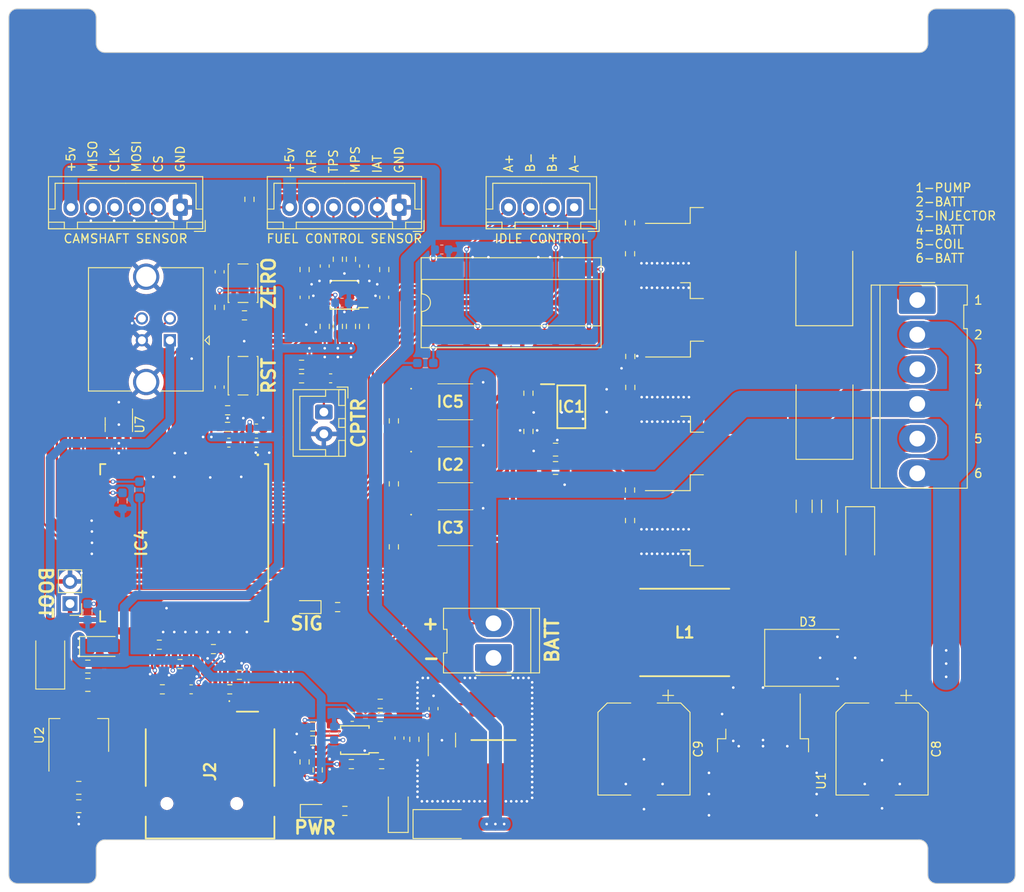
<source format=kicad_pcb>
(kicad_pcb (version 20221018) (generator pcbnew)
  (layers (0 "F.Cu" signal) (31 "B.Cu" signal) (34 "B.Paste" user) (35 "F.Paste" user) (36 "B.SilkS" user "B.Silkscreen") (37 "F.SilkS" user "F.Silkscreen") (38 "B.Mask" user) (39 "F.Mask" user) (44 "Edge.Cuts" user))
  (net 0 "")
  (net 1 "GND")
  (net 2 "+3.3V")
  (net 3 "+5V")
  (net 4 "/RESET_PIN")
  (net 5 "+BATT")
  (net 6 "/COIL")
  (net 7 "Net-(D3-K)")
  (net 8 "/LED_PIN")
  (net 9 "/FUEL")
  (net 10 "Net-(D7-A)")
  (net 11 "/COIL_PIN")
  (net 12 "/FUEL_PIN")
  (net 13 "/SDA_0")
  (net 14 "/SCL_0")
  (net 15 "/CAPTURE_PIN")
  (net 16 "/ZERO_PIN")
  (net 17 "/SDA_1")
  (net 18 "/USB_D-")
  (net 19 "/USB_D+")
  (net 20 "Net-(IC4-IO3)")
  (net 21 "Net-(IC4-IO46)")
  (net 22 "/SCL_1")
  (net 23 "/FSPI_CS")
  (net 24 "/FSPI_MOSI")
  (net 25 "/FSPI_CLK")
  (net 26 "/FSPI_MISO")
  (net 28 "Net-(IC4-IO45)")
  (net 29 "Net-(IC4-IO0)")
  (net 33 "/FUEL_PUMP_PIN")
  (net 34 "/SD_DAT1")
  (net 35 "/SD_DAT2")
  (net 36 "/SD_DAT3")
  (net 37 "/SD_CMD")
  (net 38 "/SD_CLK")
  (net 39 "/SD_DAT0")
  (net 44 "/PUMP")
  (net 45 "Net-(Q3-G)")
  (net 46 "Net-(Q4-G)")
  (net 47 "Net-(C11-Pad2)")
  (net 48 "Net-(C12-Pad2)")
  (net 49 "Net-(U4-AIN3)")
  (net 50 "/BATT_OUT")
  (net 51 "Net-(U5-AIN1)")
  (net 52 "Net-(U5-AIN0)")
  (net 53 "Net-(J8-Pin_1)")
  (net 54 "Net-(U4-AIN2)")
  (net 55 "Net-(U4-AIN1)")
  (net 56 "Net-(U4-AIN0)")
  (net 57 "Net-(D1-A)")
  (net 58 "Net-(D5-K)")
  (net 60 "Net-(IC1-INA)")
  (net 61 "Net-(IC1-INB)")
  (net 62 "Net-(IC1-OUT_B)")
  (net 63 "Net-(IC1-OUT_A)")
  (net 65 "Net-(IC2-K)")
  (net 66 "Net-(IC3-K)")
  (net 67 "Net-(IC5-K)")
  (net 68 "Net-(IC5-E)")
  (net 69 "-BATT")
  (net 70 "Net-(U5-AIN2)")
  (net 71 "Net-(U4-ALERT{slash}RDY)")
  (net 72 "/AFR")
  (net 73 "/IAT")
  (net 74 "Net-(U4-ADDR)")
  (net 75 "/MPS")
  (net 76 "/TPS")
  (net 77 "Net-(U5-ADDR)")
  (net 78 "Net-(U5-ALERT{slash}RDY)")
  (net 79 "Net-(U5-AIN3)")
  (net 80 "Net-(Q1-G)")
  (net 81 "+4V")
  (net 84 "/ISC_BN")
  (net 85 "/ISC_BP")
  (net 86 "/ISC_AN")
  (net 87 "Net-(U3-EN1,2)")
  (net 88 "/ISC_AP")
  (net 89 "/ISC_BN_PIN")
  (net 90 "/ISC_BP_PIN")
  (net 91 "/ISC_AN_PIN")
  (net 92 "/ISC_AP_PIN")
  (footprint "MyLibrary:SOIC127P600X175-8N" (layer "F.Cu") (at 174.2725 95.5)
    (fp_text reference "IC1")
    (fp_text value "IR4427SPBF" hide)
  )
  (footprint "Resistor_SMD:R_0603_1608Metric_Pad0.98x0.95mm_HandSolder" (layer "F.Cu") (at 180.985 105.0225 90)
    (fp_text reference "R11" hide)
    (fp_text value "0")
  )
  (footprint "Capacitor_SMD:C_0603_1608Metric" (layer "F.Cu") (at 152.9 82.9875 90)
    (fp_text reference "C29" hide)
    (fp_text value "100n")
  )
  (footprint "Resistor_SMD:R_0603_1608Metric_Pad0.98x0.95mm_HandSolder" (layer "F.Cu") (at 145.3 137.0125 90)
    (fp_text reference "R4" hide)
    (fp_text value "10k")
  )
  (footprint "Connector_JST:JST_XH_B6B-XH-A_1x06_P2.50mm_Vertical" (layer "F.Cu") (at 154.6 72.7 180)
    (fp_text reference "J1" hide)
    (fp_text value "AQS")
  )
  (footprint "Connector_JST:JST_XH_B2B-XH-A_1x02_P2.50mm_Vertical" (layer "F.Cu") (at 146 96.1 -90)
    (fp_text reference "J8" hide)
    (fp_text value "CAPTURE_TRG")
  )
  (footprint "Capacitor_SMD:C_0603_1608Metric" (layer "F.Cu") (at 146.775 92.24875 180)
    (fp_text reference "C26" hide)
    (fp_text value "100n")
  )
  (footprint "Capacitor_SMD:C_0603_1608Metric" (layer "F.Cu") (at 154.64 133.375 90)
    (fp_text reference "C24" hide)
    (fp_text value "100n")
  )
  (footprint "Resistor_SMD:R_0603_1608Metric_Pad0.98x0.95mm_HandSolder" (layer "F.Cu") (at 154 97.1125 90)
    (fp_text reference "R9" hide)
    (fp_text value "100")
  )
  (footprint "Resistor_SMD:R_0603_1608Metric_Pad0.98x0.95mm_HandSolder" (layer "F.Cu") (at 143.8 79.8125 -90)
    (fp_text reference "R33" hide)
    (fp_text value "100")
  )
  (footprint "Package_SO:TSSOP-10_3x3mm_P0.5mm" (layer "F.Cu") (at 149.54 133.6 180)
    (fp_text reference "U5" hide)
    (fp_text value "ADS1115IDGS")
  )
  (footprint "Connector_JST:JST_XH_B4B-XH-A_1x04_P2.50mm_Vertical" (layer "F.Cu") (at 174.6 72.7 180)
    (fp_text reference "J7" hide)
    (fp_text value "ISC Control")
  )
  (footprint "Capacitor_SMD:C_1206_3216Metric_Pad1.33x1.80mm_HandSolder" (layer "F.Cu") (at 203.775 106.8725 90)
    (fp_text reference "C20" hide)
    (fp_text value "10nf")
  )
  (footprint "Resistor_SMD:R_0603_1608Metric_Pad0.98x0.95mm_HandSolder" (layer "F.Cu") (at 152.44 130.95 180)
    (fp_text reference "R50" hide)
    (fp_text value "5.6k")
  )
  (footprint "Capacitor_SMD:C_1206_3216Metric_Pad1.33x1.80mm_HandSolder" (layer "F.Cu") (at 200.875 106.8725 90)
    (fp_text reference "C17" hide)
    (fp_text value "10nf")
  )
  (footprint "Resistor_SMD:R_0603_1608Metric_Pad0.98x0.95mm_HandSolder" (layer "F.Cu") (at 149.1 86.3125 90)
    (fp_text reference "R32" hide)
    (fp_text value "10k")
  )
  (footprint "Button_Switch_SMD:SW_SPST_PTS810" (layer "F.Cu") (at 136.77 81.375 90)
    (fp_text reference "SW2" hide)
    (fp_text value "ZERO BTN")
  )
  (footprint "Diode_SMD:D_SMA" (layer "F.Cu") (at 159.7 143.2)
    (fp_text reference "D10" hide)
    (fp_text value "m7")
  )
  (footprint "Resistor_SMD:R_0603_1608Metric_Pad0.98x0.95mm_HandSolder" (layer "F.Cu") (at 152.9 79.8125 -90)
    (fp_text reference "R34" hide)
    (fp_text value "100")
  )
  (footprint "Resistor_SMD:R_0603_1608Metric_Pad0.98x0.95mm_HandSolder" (layer "F.Cu") (at 146.1 86.3125 -90)
    (fp_text reference "R26" hide)
    (fp_text value "10k")
  )
  (footprint "Resistor_SMD:R_0603_1608Metric" (layer "F.Cu") (at 127.55 127.8)
    (fp_text reference "R16" hide)
    (fp_text value "10k" hide)
  )
  (footprint "Package_TO_SOT_SMD:SOT-23-6" (layer "F.Cu") (at 122.58 97.54 -90)
    (fp_text reference "U7")
    (fp_text value "SRV05-4")
  )
  (footprint "Connector_Molex:Molex_KK-396_5273-02A_1x02_P3.96mm_Vertical" (layer "F.Cu") (at 165.38 124.21 90)
    (fp_text reference "J5" hide)
    (fp_text value "BATTERY")
  )
  (footprint "MyLibrary:ESP32S3WROOM1UN4" (layer "F.Cu") (at 130.05 111.05 -90)
    (fp_text reference "IC4")
    (fp_text value "ESP32-S3-WROOM-1U-N8R8" hide)
  )
  (footprint "Resistor_SMD:R_0603_1608Metric_Pad0.98x0.95mm_HandSolder" (layer "F.Cu") (at 152.6025 136.35 180)
    (fp_text reference "R42" hide)
    (fp_text value "10k")
  )
  (footprint "Resistor_SMD:R_0603_1608Metric_Pad0.98x0.95mm_HandSolder" (layer "F.Cu") (at 143.8 136.1 90)
    (fp_text reference "R5" hide)
    (fp_text value "10k")
  )
  (footprint "Resistor_SMD:R_0603_1608Metric_Pad0.98x0.95mm_HandSolder" (layer "F.Cu") (at 144.74 132.05 180)
    (fp_text reference "R24" hide)
    (fp_text value "10k")
  )
  (footprint "Button_Switch_SMD:SW_SPST_PTS810" (layer "F.Cu") (at 136.77 91.95 -90)
    (fp_text reference "SW1" hide)
    (fp_text value "RESET BTN")
  )
  (footprint "Resistor_SMD:R_0603_1608Metric_Pad0.98x0.95mm_HandSolder" (layer "F.Cu") (at 154 104.3125 90)
    (fp_text reference "R12" hide)
    (fp_text value "100")
  )
  (footprint "Diode_SMD:D_SMC" (layer "F.Cu") (at 201.275 124.2)
    (fp_text reference "D3")
    (fp_text value "ss36")
  )
  (footprint "Diode_SMD:D_SMC" (layer "F.Cu") (at 203.2 96.6 90)
    (fp_text reference "D6" hide)
    (fp_text value "ss36")
  )
  (footprint "Resistor_SMD:R_0603_1608Metric_Pad0.98x0.95mm_HandSolder" (layer "F.Cu") (at 180.985 78.0075 90)
    (fp_text reference "R23" hide)
    (fp_text value "10k")
  )
  (footprint "Capacitor_SMD:CP_Elec_10x10" (layer "F.Cu") (at 182.575 134.625 -90)
    (fp_text reference "C9")
    (fp_text value "1n")
  )
  (footprint "Diode_SMD:D_SMA" (layer "F.Cu") (at 114.74 124.26 90)
    (fp_text reference "D7" hide)
    (fp_text value "m7")
  )
  (footprint "LED_SMD:LED_0603_1608Metric_Pad1.05x0.95mm_HandSolder" (layer "F.Cu") (at 144.015 118.4 180)
    (fp_text reference "D5" hide)
    (fp_text value "LED")
  )
  (footprint "Resistor_SMD:R_0603_1608Metric_Pad0.98x0.95mm_HandSolder" (layer "F.Cu") (at 144.74 133.65 180)
    (fp_text reference "R51" hide)
    (fp_text value "10k")
  )
  (footprint "Package_TO_SOT_SMD:SOT-223-3_TabPin2" (layer "F.Cu") (at 118 133.05 90)
    (fp_text reference "U2")
    (fp_text value "AMS1117-3.3")
  )
  (footprint "MyLibrary:RESC10052X106N" (layer "F.Cu") (at 165.38 133.6 90)
    (fp_text reference "R45" hide)
    (fp_text value "0.01" hide)
  )
  (footprint "Capacitor_SMD:C_0603_1608Metric" (layer "F.Cu") (at 138.3 97.985 180)
    (fp_text reference "C4" hide)
    (fp_text value "100n")
  )
  (footprint "Capacitor_SMD:C_0805_2012Metric_Pad1.18x1.45mm_HandSolder" (layer "F.Cu") (at 119.0375 125.2)
    (fp_text reference "C1" hide)
    (fp_text value "22u")
  )
  (footprint "Resistor_SMD:R_0603_1608Metric_Pad0.98x0.95mm_HandSolder" (layer "F.Cu") (at 147.575 118.4 180)
    (fp_text reference "R31" hide)
    (fp_text value "1k")
  )
  (footprint "MyLibrary:EL357NG" (layer "F.Cu") (at 161.025 102.13)
    (fp_text reference "IC2")
    (fp_text value "EL357NB_TA_-G" hide)
  )
  (footprint "Resistor_SMD:R_0603_1608Metric" (layer "F.Cu") (at 136.35 126.14 180)
    (fp_text reference "R20" hide)
    (fp_text value "10k")
  )
  (footprint "Diode_SMD:D_SMC" (layer "F.Cu") (at 203.175 81.325 90)
    (fp_text reference "D8" hide)
    (fp_text value "ss36")
  )
  (footprint "Diode_SMD:D_1206_3216Metric_Pad1.42x1.75mm_HandSolder" (layer "F.Cu") (at 154.5 141.7 90)
    (fp_text reference "D4" hide)
    (fp_text value "5v")
  )
  (footprint "Package_SO:TSSOP-10_3x3mm_P0.5mm" (layer "F.Cu") (at 148.35 82.7125 180)
    (fp_text reference "U4" hide)
    (fp_text value "ADS1115IDGS")
  )
  (footprint "Connector_JST:JST_XH_B6B-XH-A_1x06_P2.50mm_Vertical" (layer "F.Cu") (at 129.6 72.7 180)
    (fp_text reference "J3" hide)
    (fp_text value "CAM_SENSOR")
  )
  (footprint "MyLibrary:EL357NG" (layer "F.Cu") (at 161.025 109.33)
    (fp_text reference "IC3")
    (fp_text value "EL357NB_TA_-G" hide)
  )
  (footprint "Connector_USB:USB_B_TE_5787834_Vertical" (layer "F.Cu") (at 128.41 87.9 -90)
    (fp_text reference "J4" hide)
    (fp_text value "USB_B")
  )
  (footprint "Resistor_SMD:R_0603_1608Metric_Pad0.98x0.95mm_HandSolder" (layer "F.Cu") (at 156.34 133.5125 90)
    (fp_text reference "R39" hide)
    (fp_text value "100")
  )
  (footprint "Resistor_SMD:R_0603_1608Metric_Pad0.98x0.95mm_HandSolder" (layer "F.Cu") (at 136.9325 85.05)
    (fp_text reference "R28" hide)
    (fp_text value "100")
  )
  (footprint "Resistor_SMD:R_0603_1608Metric_Pad0.98x0.95mm_HandSolder" (layer "F.Cu") (at 135.0075 95.9 180)
    (fp_text reference "R27" hide)
    (fp_text value "100")
  )
  (footprint "Capacitor_SMD:C_0805_2012Metric_Pad1.18x1.45mm_HandSolder" (layer "F.Cu") (at 118 139.0625 180)
    (fp_text reference "C7" hide)
    (fp_text value "22u")
  )
  (footprint "Capacitor_SMD:C_0603_1608Metric" (layer "F.Cu") (at 134.095 80.075 -90)
    (fp_text reference "C12" hide)
    (fp_text value "100n")
  )
  (footprint "Package_TO_SOT_SMD:SOT-23-5" (layer "F.Cu") (at 159.49 133.6 90)
    (fp_text reference "U6" hide)
    (fp_text value "INA180A3")
  )
  (footprint "Connector_Molex:Molex_KK-396_5273-06A_1x06_P3.96mm_Vertical" (layer "F.Cu") (at 213.8 83.3 -90)
    (fp_text reference "J6" hide)
    (fp_text value "GATEs")
  )
  (footprint "Package_TO_SOT_SMD:TO-263-2" (layer "F.Cu") (at 192.685 77.925)
    (fp_text reference "Q1" hide)
    (fp_text value "RJP63K2")
  )
  (footprint "Connector_PinHeader_2.54mm:PinHeader_1x02_P2.54mm_Vertical" (layer "F.Cu") (at 117 118.01 180)
    (fp_text reference "JP1" hide)
    (fp_text value "BOOT")
  )
  (footprint "Capacitor_SMD:C_0603_1608Metric" (layer "F.Cu") (at 134.095 93.25 -90)
    (fp_text reference "C11" hide)
    (fp_text value "100n")
  )
  (footprint "Capacitor_SMD:C_0805_2012Metric_Pad1.18x1.45mm_HandSolder" (layer "F.Cu") (at 119.0375 127.3)
    (fp_text reference "C6" hide)
    (fp_text value "100n")
  )
  (footprint "Resistor_SMD:R_0603_1608Metric" (layer "F.Cu") (at 127.2 122.7)
    (fp_text reference "R21" hide)
    (fp_text value "10k")
  )
  (footprint "Resistor_SMD:R_0603_1608Metric_Pad0.98x0.95mm_HandSolder" (layer "F.Cu") (at 149.14 136.35)
    (fp_text reference "R43" hide)
    (fp_text value "10k")
  )
  (footprint "Resistor_SMD:R_0603_1608Metric_Pad0.98x0.95mm_HandSolder" (layer "F.Cu") (at 147.6 86.3125 -90)
    (fp_text reference "R25" hide)
    (fp_text value "10k")
  )
  (footprint "MyLibrary:TFP09212B" (layer "F.Cu") (at 133 137.2 90)
    (fp_text reference "J2")
    (fp_text value "TFP09-2-12B" hide)
  )
  (footprint "Capacitor_SMD:C_0805_2012Metric_Pad1.18x1.45mm_HandSolder" (layer "F.Cu") (at 118 141.1625 180)
    (fp_text reference "C2" hide)
    (fp_text value "100n")
  )
  (footprint "Capacitor_SMD:C_0603_1608Metric_Pad1.08x0.95mm_HandSolder" (layer "F.Cu") (at 130.84 127.8 180)
    (fp_text reference "C16" hide)
    (fp_text value "100n")
  )
  (footprint "Resistor_SMD:R_0603_1608Metric_Pad0.98x0.95mm_HandSolder" (layer "F.Cu") (at 147.6 78.6375 -90)
    (fp_text reference "R37" hide)
    (fp_text value "100")
  )
  (footprint "Resistor_SMD:R_0603_1608Metric" (layer "F.Cu") (at 133.38 123.2 180)
    (fp_text reference "R18" hide)
    (fp_text value "10k")
  )
  (footprint "Capacitor_SMD:CP_Elec_10x10" (layer "F.Cu") (at 209.775 134.625 -90)
    (fp_text reference "C8")
    (fp_text value "100u")
  )
  (footprint "Resistor_SMD:R_0603_1608Metric_Pad0.98x0.95mm_HandSolder" (layer "F.Cu") (at 181.01 89.7475 90)
    (fp_text reference "R15" hide)
    (fp_text value "0")
  )
  (footprint "Resistor_SMD:R_0603_1608Metric_Pad0.98x0.95mm_HandSolder" (layer "F.Cu") (at 152.44 129.45)
    (fp_text reference "R47" hide)
    (fp_text value "130k")
  )
  (footprint "Resistor_SMD:R_0603_1608Metric_Pad0.98x0.95mm_HandSolder" (layer "F.Cu") (at 148.4 141.7 180)
    (fp_text reference "R2" hide)
    (fp_text value "2k")
  )
  (footprint "Diode_SMD:D_1206_3216Metric_Pad1.42x1.75mm_HandSolder" (layer "F.Cu") (at 120.55 122.9)
    (fp_text reference "D2" hide)
    (fp_text value "3.6v")
  )
  (footprint "Resistor_SMD:R_0603_1608Metric_Pad0.98x0.95mm_HandSolder" (layer "F.Cu") (at 181.01 93.2875 -90)
    (fp_text reference "R14" hide)
    (fp_text value "1k")
  )
  (footprint "Capacitor_SMD:C_0805_2012Metric_Pad1.18x1.45mm_HandSolder" (layer "F.Cu") (at 172.4725 100.4 180)
    (fp_text reference "C19" hide)
    (fp_text value "22u")
  )
  (footprint "Capacitor_SMD:C_0805_2012Metric_Pad1.18x1.45mm_HandSolder" (layer "F.Cu") (at 172.4725 102.5 180)
    (fp_text reference "C18" hide)
    (fp_text value "22u")
  )
  (footprint "Package_TO_SOT_SMD:TO-263-2" (layer "F.Cu") (at 192.685 108.475)
    (fp_text reference "Q3" hide)
    (fp_text value "RJP63K2")
  )
  (footprint "Resistor_SMD:R_0603_1608Metric_Pad0.98x0.95mm_HandSolder" (layer "F.Cu") (at 149.1 78.6375 -90)
    (fp_text reference "R36" hide)
    (fp_text value "100")
  )
  (footprint "Capacitor_SMD:C_0603_1608Metric" (layer "F.Cu") (at 143.8 82.9875 90)
    (fp_text reference "C14" hide)
    (fp_text value "100n")
  )
  (footprint "Capacitor_SMD:C_0603_1608Metric" (layer "F.Cu") (at 135.145 99.6)
    (fp_text reference "C5" hide)
    (fp_text value "1u")
  )
  (footprint "Resistor_SMD:R_0603_1608Metric_Pad0.98x0.95mm_HandSolder" (layer "F.Cu") (at 169.3725 93.9525 -90)
    (fp_text reference "R1" hide)
    (fp_text value "10k")
  )
  (footprint "Resistor_SMD:R_0603_1608Metric_Pad0.98x0.95mm_HandSolder" (layer "F.Cu") (at 169.3725 98.3175 90)
    (fp_text reference "R3" hide)
    (fp_text value "10k")
  )
  (footprint "Resistor_SMD:R_0603_1608Metric_Pad0.98x0.95mm_HandSolder" (layer "F.Cu") (at 180.985 108.505 -90)
    (fp_text reference "R10" hide)
    (fp_text value "1k")
  )
  (footprint "Capacitor_SMD:C_0603_1608Metric" (layer "F.Cu") (at 146.1 79.4125 -90)
    (fp_text reference "C27" hide)
    (fp_text value "100n")
  )
  (footprint "Resistor_SMD:R_0603_1608Metric_Pad0.98x0.95mm_HandSolder" (layer "F.Cu") (at 135 97.8 180)
    (fp_text reference "R6" hide)
    (fp_text value "10k")
  )
  (footprint "MyLibrary:EL357NG" (layer "F.Cu") (at 161.025 94.93)
    (fp_text reference "IC5")
    (fp_text value "EL357NB_TA_-G" hide)
  )
  (footprint "Package_TO_SOT_SMD:TO-263-5_TabPin3" (layer "F.Cu") (at 196.175 138.275 -90)
    (fp_text reference "U1")
    (fp_text value "LM2576S-5")
  )
  (footprint "Capacitor_SMD:C_0603_1608Metric" (layer "F.Cu") (at 138.3 99.6 180)
    (fp_text reference "C3" hide)
    (fp_text value "22u")
  )
  (footprint "Capacitor_SMD:C_0603_1608Metric" (layer "F.Cu") (at 158.53 130.01 -90)
    (fp_text reference "C10" hide)
    (fp_text value "100n")
  )
  (footprint "Resistor_SMD:R_0603_1608Metric_Pad0.98x0.95mm_HandSolder" (layer "F.Cu") (at 134.095 84.1375 90)
    (fp_text reference "R30" hide)
    (fp_text value "1k")
  )
  (footprint "Resistor_SMD:R_0603_1608Metric" (layer "F.Cu") (at 129.57 124.91)
    (fp_text reference "R17" hide)
    (fp_text value "10k")
  )
  (footprint "Capacitor_SMD:C_0603_1608Metric" (layer "F.Cu") (at 150.6 79.4125 -90)
    (fp_text reference "C28" hide)
    (fp_text value "100n")
  )
  (footprint "Resistor_SMD:R_0603_1608Metric_Pad0.98x0.95mm_HandSolder" (layer "F.Cu") (at 180.985 74.4725 90)
    (fp_text reference "R38" hide)
    (fp_text value "0")
  )
  (footprint "Resistor_SMD:R_0603_1608Metric" (layer "F.Cu") (at 135.25 127.8 180)
    (fp_text reference "R19" hide)
    (fp_text value "10k")
  )
  (footprint "LED_SMD:LED_0603_1608Metric_Pad1.05x0.95mm_HandSolder" (layer "F.Cu") (at 144.975 141.7)
    (fp_text reference "D1" hide)
    (fp_text value "LED")
  )
  (footprint "Package_DIP:DIP-16_W7.62mm_SMDSocket_SmallPads" (layer "F.Cu") (at 167.4 83.6 90)
    (fp_text reference "U3" hide)
    (fp_text value "L293D")
  )
  (footprint "Capacitor_SMD:C_0603_1608Metric" (layer "F.Cu") (at 149.24 130.95)
    (fp_text reference "C25" hide)
    (fp_text value "100n")
  )
  (footprint "Resistor_SMD:R_0603_1608Metric_Pad0.98x0.95mm_HandSolder" (layer "F.Cu") (at 137.5 71.7875 -90)
    (fp_text reference "R54" hide)
    (fp_text value "1k")
  )
  (footprint "Resistor_SMD:R_0603_1608Metric_Pad0.98x0.95mm_HandSolder" (layer "F.Cu") (at 154 111.5125 90)
    (fp_text reference "R13" hide)
    (fp_text value "100")
  )
  (footprint "Resistor_SMD:R_0603_1608Metric_Pad0.98x0.95mm_HandSolder" (layer "F.Cu") (at 143.45 90.7)
    (fp_text reference "R53" hide)
    (fp_text value "1k")
  )
  (footprint "Resistor_SMD:R_0603_1608Metric_Pad0.98x0.95mm_HandSolder" (layer "F.Cu") (at 143.45 92.24875)
    (fp_text reference "R52" hide)
    (fp_text value "1k")
  )
  (footprint "Resistor_SMD:R_0603_1608Metric_Pad0.98x0.95mm_HandSolder" (layer "F.Cu") (at 150.6 86.3125 90)
    (fp_text reference "R35" hide)
    (fp_text value "10k")
  )
  (footprint "Diode_SMD:D_SMA" (layer "F.Cu") (at 207.275 110.435 -90)
    (fp_text reference "D9" hide)
    (fp_text value "uf4007")
  )
  (footprint "Package_TO_SOT_SMD:TO-263-2" (layer "F.Cu") (at 192.71 93.2)
    (fp_text reference "Q4" hide)
    (fp_text value "RJP63K2")
  )
  (footprint "MyLibrary:INDPM102100X400N" (layer "F.Cu") (at 187.225 121.3 180)
    (fp_text reference "L1")
    (fp_text value "100u" hide)
  )
  (footprint "Resistor_SMD:R_0603_1608Metric_Pad0.98x0.95mm_HandSolder" (layer "B.Cu") (at 119 118.9475 90)
    (fp_text reference "R8" hide)
    (fp_text value "10k")
  )
  (footprint "Capacitor_SMD:C_0603_1608Metric" (layer "B.Cu") (at 159.475 77.525 180)
    (fp_text reference "C15" hide)
    (fp_text value "100n")
  )
  (footprint "Resistor_SMD:R_0603_1608Metric_Pad0.98x0.95mm_HandSolder" (layer "B.Cu") (at 123 106.2475 -90)
    (fp_text reference "R22" hide)
    (fp_text value "10k")
  )
  (footprint "Resistor_SMD:R_0603_1608Metric_Pad0.98x0.95mm_HandSolder" (layer "B.Cu") (at 124.92 104.9775 -90)
    (fp_text reference "R7" hide)
    (fp_text value "10k")
  )
  (footprint "Capacitor_SMD:C_0603_1608Metric" (layer "B.Cu") (at 147.18 132.825 -90)
    (fp_text reference "C13" hide)
    (fp_text value "100n")
  )
  (footprint "Capacitor_SMD:C_0603_1608Metric" (layer "B.Cu") (at 148.075 83.6125 180)
    (fp_text reference "C21" hide)
    (fp_text value "100n")
  )
  (footprint "Resistor_SMD:R_0603_1608Metric_Pad0.98x0.95mm_HandSolder" (layer "B.Cu") (at 157.5975 90.5)
    (fp_text reference "R29" hide)
    (fp_text value "10k")
  )
  (gr_arc (start 225 149) (mid 224.707107 149.707107) (end 224 150) (stroke (width 0.1)) (layer "Edge.Cuts"))
  (gr_arc (start 119 50) (mid 119.707107 50.292893) (end 120 51) (stroke (width 0.1)) (layer "Edge.Cuts"))
  (gr_line (start 121 145) (end 214 145) (stroke (width 0.1)) (layer "Edge.Cuts"))
  (gr_arc (start 215 51) (mid 215.292893 50.292893) (end 216 50) (stroke (width 0.1)) (layer "Edge.Cuts"))
  (gr_arc (start 214 145) (mid 214.707107 145.292893) (end 215 146) (stroke (width 0.1)) (layer "Edge.Cuts"))
  (gr_arc (start 224 50) (mid 224.707107 50.292893) (end 225 51) (stroke (width 0.1)) (layer "Edge.Cuts"))
  (gr_line (start 214 55) (end 121 55) (stroke (width 0.1)) (layer "Edge.Cuts"))
  (gr_arc (start 110 51) (mid 110.292893 50.292893) (end 111 50) (stroke (width 0.1)) (layer "Edge.Cuts"))
  (gr_line (start 216 150) (end 224 150) (stroke (width 0.1)) (layer "Edge.Cuts"))
  (gr_line (start 120 51) (end 120 54) (stroke (width 0.1)) (layer "Edge.Cuts"))
  (gr_line (start 110 51) (end 110 149) (stroke (width 0.1)) (layer "Edge.Cuts"))
  (gr_line (start 111 50) (end 119 50) (stroke (width 0.1)) (layer "Edge.Cuts"))
  (gr_arc (start 120 149) (mid 119.707107 149.707107) (end 119 150) (stroke (width 0.1)) (layer "Edge.Cuts"))
  (gr_line (start 224 50) (end 216 50) (stroke (width 0.1)) (layer "Edge.Cuts"))
  (gr_line (start 111 150) (end 119 150) (stroke (width 0.1)) (layer "Edge.Cuts"))
  (gr_arc (start 120 146) (mid 120.292893 145.292893) (end 121 145) (stroke (width 0.1)) (layer "Edge.Cuts"))
  (gr_arc (start 216 150) (mid 215.292893 149.707107) (end 215 149) (stroke (width 0.1)) (layer "Edge.Cuts"))
  (gr_line (start 120 149) (end 120 146) (stroke (width 0.1)) (layer "Edge.Cuts"))
  (gr_line (start 215 51) (end 215 54) (stroke (width 0.1)) (layer "Edge.Cuts"))
  (gr_arc (start 111 150) (mid 110.292893 149.707107) (end 110 149) (stroke (width 0.1)) (layer "Edge.Cuts"))
  (gr_arc (start 121 55) (mid 120.292893 54.707107) (end 120 54) (stroke (width 0.1)) (layer "Edge.Cuts"))
  (gr_arc (start 215 54) (mid 214.707107 54.707107) (end 214 55) (stroke (width 0.1)) (layer "Edge.Cuts"))
  (gr_line (start 225 149) (end 225 51) (stroke (width 0.1)) (layer "Edge.Cuts"))
  (gr_line (start 215 149) (end 215 146) (stroke (width 0.1)) (layer "Edge.Cuts"))
  (gr_text "CAMSHAFT SENSOR" (at 123.35 75.7) (layer "F.SilkS") (effects (font (size 1 1)) (justify top)))
  (gr_text "PWR" (at 145 143.6) (layer "F.SilkS") (effects (font (size 1.5 1.5) (thickness 0.3) bold)))
  (gr_text "-" (at 159.4 124.2) (layer "F.SilkS") (effects (font (size 1.5 1.5) (thickness 0.3) bold) (justify right)))
  (gr_text "5" (at 220.2 99.74175) (layer "F.SilkS") (effects (font (size 1 1)) (justify left bottom)))
  (gr_text "B+" (at 172.1 68.8 90) (layer "F.SilkS") (effects (font (size 1 1)) (justify left)))
  (gr_text "IDLE CONTROL" (at 170.85 75.7) (layer "F.SilkS") (effects (font (size 1 1)) (justify top)))
  (gr_text "4" (at 220.2 95.78175) (layer "F.SilkS") (effects (font (size 1 1)) (justify left bottom)))
  (gr_text "GND" (at 154.6 68.9 90) (layer "F.SilkS") (effects (font (size 1 1)) (justify left)))
  (gr_text "+" (at 159.3 120.25) (layer "F.SilkS") (effects (font (size 1.5 1.5) (thickness 0.3) bold) (justify right)))
  (gr_text "TPS" (at 147.1 68.9 90) (layer "F.SilkS") (effects (font (size 1 1)) (justify left)))
  (gr_text "ZERO" (at 139.7 81.375001 90) (layer "F.SilkS") (effects (font (size 1.5 1.5) (thickness 0.3) bold)))
  (gr_text "B-" (at 169.6 68.8 90) (layer "F.SilkS") (effects (font (size 1 1)) (justify left)))
  (gr_text "FUEL CONTROL SENSOR" (at 148.35 75.7) (layer "F.SilkS") (effects (font (size 1 1)) (justify top)))
  (gr_text "1" (at 220.2 83.90175) (layer "F.SilkS") (effects (font (size 1 1)) (justify left bottom)))
  (gr_text "MISO" (at 119.6 68.8 90) (layer "F.SilkS") (effects (font (size 1 1)) (justify left)))
  (gr_text "1-PUMP\n2-BATT\n3-INJECTOR\n4-BATT\n5-COIL\n6-BATT" (at 213.5 79.1) (layer "F.SilkS") (effects (font (size 1 1)) (justify left bottom)))
  (gr_text "A-" (at 174.6 68.8 90) (layer "F.SilkS") (effects (font (size 1 1)) (justify left)))
  (gr_text "CLK" (at 122.1 68.8 90) (layer "F.SilkS") (effects (font (size 1 1)) (justify left)))
  (gr_text "RST" (at 139.7 91.95 90) (layer "F.SilkS") (effects (font (size 1.5 1.5) (thickness 0.3) bold)))
  (gr_text "GND" (at 129.6 68.8 90) (layer "F.SilkS") (effects (font (size 1 1)) (justify left)))
  (gr_text "CPTR" (at 149.075 97.34875 90) (layer "F.SilkS") (effects (font (size 1.5 1.5) (thickness 0.3) bold) (justify top)))
  (gr_text "MPS" (at 149.6 68.9 90) (layer "F.SilkS") (effects (font (size 1 1)) (justify left)))
  (gr_text "BOOT" (at 115.1 116.735 -90) (layer "F.SilkS") (effects (font (size 1.5 1.5) (thickness 0.3) bold) (justify top)))
  (gr_text "3" (at 220.2 91.82175) (layer "F.SilkS") (effects (font (size 1 1)) (justify left bottom)))
  (gr_text "CS" (at 127.1 68.8 90) (layer "F.SilkS") (effects (font (size 1 1)) (justify left)))
  (gr_text "A+" (at 167.1 68.8 90) (layer "F.SilkS") (effects (font (size 1 1)) (justify left)))
  (gr_text "+5v" (at 117.1 68.8 90) (layer "F.SilkS") (effects (font (size 1 1)) (justify left)))
  (gr_text "AFR" (at 144.6 68.9 90) (layer "F.SilkS") (effects (font (size 1 1)) (justify left)))
  (gr_text "SIG" (at 144.0375 119.4) (layer "F.SilkS") (effects (font (size 1.5 1.5) (thickness 0.3) bold) (justify top)))
  (gr_text "MOSI" (at 124.6 68.8 90) (layer "F.SilkS") (effects (font (size 1 1)) (justify left)))
  (gr_text "+5v" (at 142.1 68.9 90) (layer "F.SilkS") (effects (font (size 1 1)) (justify left)))
  (gr_text "2" (at 220.2 87.86175) (layer "F.SilkS") (effects (font (size 1 1)) (justify left bottom)))
  (gr_text "6" (at 220.2 103.70175) (layer "F.SilkS") (effects (font (size 1 1)) (justify left bottom)))
  (gr_text "IAT" (at 152.1 68.9 90) (layer "F.SilkS") (effects (font (size 1 1)) (justify left)))
  (gr_text "BATT" (at 171.2 122.2 90) (layer "F.SilkS") (effects (font (size 1.5 1.5) (thickness 0.3) bold) (justify top)))
  (segment (start 187.685 79.095) (end 187.685 81.895) (width 1) (layer "F.Cu") (net 1))
  (segment (start 185.91 94.4) (end 185.91 97.2) (width 1) (layer "F.Cu") (net 1))
  (segment (start 182.885 109.505) (end 182.885 112.305) (width 1) (layer "F.Cu") (net 1))
  (segment (start 186.485 79.095) (end 186.485 81.895) (width 1) (layer "F.Cu") (net 1))
  (segment (start 184.71 94.4) (end 184.71 97.2) (width 1) (layer "F.Cu") (net 1))
  (segment (start 185.31 94.4) (end 185.31 97.2) (width 1) (layer "F.Cu") (net 1))
  (segment (start 160.44 137.7) (end 160.44 134.7375) (width 0.25) (layer "F.Cu") (net 1))
  (segment (start 185.885 79.095) (end 185.885 81.895) (width 1) (layer "F.Cu") (net 1))
  (segment (start 183.51 97.2) (end 183.51 94.4) (width 1) (layer "F.Cu") (net 1))
  (segment (start 116.9625 139.0625) (end 115.7 137.8) (width 1.5) (layer "F.Cu") (net 1))
  (segment (start 186.485 109.505) (end 186.485 112.305) (width 1) (layer "F.Cu") (net 1))
  (segment (start 182.91 94.4) (end 182.91 97.2) (width 1) (layer "F.Cu") (net 1))
  (segment (start 182.885 79.095) (end 182.885 81.895) (width 1) (layer "F.Cu") (net 1))
  (segment (start 186.51 94.4) (end 186.51 97.2) (width 1) (layer "F.Cu") (net 1))
  (segment (start 184.085 109.505) (end 184.085 112.305) (width 1) (layer "F.Cu") (net 1))
  (segment (start 182.31 94.4) (end 182.31 97.2) (width 1) (layer "F.Cu") (net 1))
  (segment (start 165.38 137.7) (end 160.44 137.7) (width 0.25) (layer "F.Cu") (net 1))
  (segment (start 116.9625 141.1625) (end 116.9625 139.0625) (width 1.5) (layer "F.Cu") (net 1))
  (segment (start 165.985 137.75) (end 169.495 137.75) (width 3) (layer "F.Cu") (net 1))
  (segment (start 184.085 79.095) (end 184.085 81.895) (width 1) (layer "F.Cu") (net 1))
  (segment (start 158.53 129.235) (end 158.53 128.54) (width 0.25) (layer "F.Cu") (net 1))
  (segment (start 187.11 94.4) (end 187.11 97.2) (width 1) (layer "F.Cu") (net 1))
  (segment (start 182.285 79.095) (end 182.285 81.895) (width 1) (layer "F.Cu") (net 1))
  (segment (start 182.285 109.505) (end 182.285 112.305) (width 1) (layer "F.Cu") (net 1))
  (segment (start 159.49 134.7375) (end 159.49 133.62) (width 0.25) (layer "F.Cu") (net 1))
  (segment (start 185.285 109.505) (end 185.285 112.305) (width 1) (layer "F.Cu") (net 1))
  (segment (start 183.485 112.305) (end 183.485 109.505) (width 1) (layer "F.Cu") (net 1))
  (segment (start 187.71 94.4) (end 187.71 97.2) (width 1) (layer "F.Cu") (net 1))
  (segment (start 187.685 109.505) (end 187.685 112.305) (width 1) (layer "F.Cu") (net 1))
  (segment (start 165.38 137.7) (end 165.38 139.98) (width 3) (layer "F.Cu") (net 1))
  (segment (start 185.885 109.505) (end 185.885 112.305) (width 1) (layer "F.Cu") (net 1))
  (segment (start 187.085 109.505) (end 187.085 112.305) (width 1) (layer "F.Cu") (net 1))
  (segment (start 184.685 79.095) (end 184.685 81.895) (width 1) (layer "F.Cu") (net 1))
  (segment (start 184.11 94.4) (end 184.11 97.2) (width 1) (layer "F.Cu") (net 1))
  (segment (start 183.485 81.895) (end 183.485 79.095) (width 1) (layer "F.Cu") (net 1))
  (segment (start 187.085 79.095) (end 187.085 81.895) (width 1) (layer "F.Cu") (net 1))
  (segment (start 185.285 79.095) (end 185.285 81.895) (width 1) (layer "F.Cu") (net 1))
  (segment (start 165.38 139.98) (end 165.4 140) (width 3) (layer "F.Cu") (net 1))
  (segment (start 115.7 137.8) (end 115.7 136.2125) (width 1.5) (layer "F.Cu") (net 1))
  (segment (start 184.685 109.505) (end 184.685 112.305) (width 1) (layer "F.Cu") (net 1))
  (via (at 145.5 81.1125) (size 0.5) (drill 0.3) (layers "F.Cu" "B.Cu") (net 1))
  (via (at 173.1725 96.15) (size 0.5) (drill 0.3) (layers "F.Cu" "B.Cu") (net 1))
  (via (at 147.6 89.8125) (size 0.5) (drill 0.3) (layers "F.Cu" "B.Cu") (net 1))
  (via (at 134.62 124.61) (size 0.5) (drill 0.3) (layers "F.Cu" "B.Cu") (net 1))
  (via (at 156.7 127.6) (size 0.5) (drill 0.3) (layers "F.Cu" "B.Cu") (net 1))
  (via (at 202.3 137.35) (size 0.5) (drill 0.3) (layers "F.Cu" "B.Cu") (net 1))
  (via (at 142.7 135) (size 0.5) (drill 0.3) (layers "F.Cu" "B.Cu") (net 1))
  (via (at 207.8 138.625) (size 0.5) (drill 0.3) (layers "F.Cu" "B.Cu") (net 1))
  (via (at 169.8 129.4) (size 0.5) (drill 0.3) (layers "F.Cu" "B.Cu") (net 1))
  (via (at 162.6 140.6) (size 0.5) (drill 0.3) (layers "F.Cu" "B.Cu") (net 1))
  (via (at 173.2 78.4) (size 0.5) (drill 0.3) (layers "F.Cu" "B.Cu") (net 1))
  (via (at 162.7 126.5) (size 0.5) (drill 0.3) (layers "F.Cu" "B.Cu") (net 1))
  (via (at 204.675 126.6) (size 0.5) (drill 0.3) (layers "F.Cu" "B.Cu") (net 1))
  (via (at 169.8 127) (size 0.5) (drill 0.3) (layers "F.Cu" "B.Cu") (net 1))
  (via (at 192.775 133.7) (size 0.5) (drill 0.3) (layers "F.Cu" "B.Cu") (net 1))
  (via (at 124.34 74.22) (size 0.5) (drill 0.3) (layers "F.Cu" "B.Cu") (net 1))
  (via (at 146.67 136.94) (size 0.5) (drill 0.3) (layers "F.Cu" "B.Cu") (net 1))
  (via (at 169.8 137.8) (size 0.5) (drill 0.3) (layers "F.Cu" "B.Cu") (net 1))
  (via (at 184.085 109.505) (size 0.5) (drill 0.3) (layers "F.Cu" "B.Cu") (net 1))
  (via (at 169.8 140.2) (size 0.5) (drill 0.3) (layers "F.Cu" "B.Cu") (net 1))
  (via (at 185.885 109.505) (size 0.5) (drill 0.3) (layers "F.Cu" "B.Cu") (net 1))
  (via (at 182.285 79.095) (size 0.5) (drill 0.3) (layers "F.Cu" "B.Cu") (net 1))
  (via (at 158.4 140.6) (size 0.5) (drill 0.3) (layers "F.Cu" "B.Cu") (net 1))
  (via (at 156.7 129.4) (size 0.5) (drill 0.3) (layers "F.Cu" "B.Cu") (net 1))
  (via (at 169.8 133) (size 0.5) (drill 0.3) (layers "F.Cu" "B.Cu") (net 1))
  (via (at 168.6 140.6) (size 0.5) (drill 0.3) (layers "F.Cu" "B.Cu") (net 1))
  (via (at 182.575 135.8) (size 0.5) (drill 0.3) (layers "F.Cu" "B.Cu") (net 1))
  (via (at 184.685 79.095) (size 0.5) (drill 0.3) (layers "F.Cu" "B.Cu") (net 1))
  (via (at 124.1 85.95) (size 0.5) (drill 0.3) (layers "F.Cu" "B.Cu") (net 1))
  (via (at 157.3 126.5) (size 0.5) (drill 0.3) (layers "F.Cu" "B.Cu") (net 1))
  (via (at 146.1 89.8125) (size 0.5) (drill 0.3) (layers "F.Cu" "B.Cu") (net 1))
  (via (at 169.8 131.2) (size 0.5) (drill 0.3) (layers "F.Cu" "B.Cu") (net 1))
  (via (at 169.8 130.6) (size 0.5) (drill 0.3) (layers "F.Cu" "B.Cu") (net 1))
  (via (at 160.2 140.6) (size 0.5) (drill 0.3) (layers "F.Cu" "B.Cu") (net 1))
  (via (at 182.885 79.095) (size 0.5) (drill 0.3) (layers "F.Cu" "B.Cu") (net 1))
  (via (at 170.5 78.4) (size 0.5) (drill 0.3) (layers "F.Cu" "B.Cu") (net 1))
  (via (at 128.93 103.52) (size 0.5) (drill 0.3) (layers "F.Cu" "B.Cu") (net 1))
  (via (at 135.26 121.25) (size 0.5) (drill 0.3) (layers "F.Cu" "B.Cu") (net 1))
  (via (at 149.9 81.1125) (size 0.5) (drill 0.3) (layers "F.Cu" "B.Cu") (net 1))
  (via (at 169.8 128.8) (size 0.5) (drill 0.3) (layers "F.Cu" "B.Cu") (net 1))
  (via (at 144.7505 134.47) (size 0.5) (drill 0.3) (layers "F.Cu" "B.Cu") (net 1))
  (via (at 169.8 134.8) (size 0.5) (drill 0.3) (layers "F.Cu" "B.Cu") (net 1))
  (via (at 159 140.6) (size 0.5) (drill 0.3) (layers "F.Cu" "B.Cu") (net 1))
  (via (at 186.485 81.895) (size 0.5) (drill 0.3) (layers "F.Cu" "B.Cu") (net 1))
  (via (at 186.485 79.095) (size 0.5) (drill 0.3) (layers "F.Cu" "B.Cu") (net 1))
  (via (at 182.31 97.2) (size 0.5) (drill 0.3) (layers "F.Cu" "B.Cu") (net 1))
  (via (at 178.31 93.5) (size 0.5) (drill 0.3) (layers "F.Cu" "B.Cu") (net 1))
  (via (at 160.8 140.6) (size 0.5) (drill 0.3) (layers "F.Cu" "B.Cu") (net 1))
  (via (at 169.8 130) (size 0.5) (drill 0.3) (layers "F.Cu" "B.Cu") (net 1))
  (via (at 172.6725 99.3) (size 0.5) (drill 0.3) (layers "F.Cu" "B.Cu") (net 1))
  (via (at 150.67 134.81) (size 0.5) (drill 0.3) (layers "F.Cu" "B.Cu") (net 1))
  (via (at 187.685 109.505) (size 0.5) (drill 0.3) (layers "F.Cu" "B.Cu") (net 1))
  (via (at 156.7 137.1) (size 0.5) (drill 0.3) (layers "F.Cu" "B.Cu") (net 1))
  (via (at 168.4225 98.2) (size 0.5) (drill 0.3) (layers "F.Cu" "B.Cu") (net 1))
  (via (at 185.885 112.305) (size 0.5) (drill 0.3) (layers "F.Cu" "B.Cu") (net 1))
  (via (at 132.2 98.95) (size 0.5) (drill 0.3) (layers "F.Cu" "B.Cu") (net 1))
  (via (at 186.51 94.4) (size 0.5) (drill 0.3) (layers "F.Cu" "B.Cu") (net 1))
  (via (at 184.71 97.2) (size 0.5) (drill 0.3) (layers "F.Cu" "B.Cu") (net 1))
  (via (at 126.51 103.51) (size 0.5) (drill 0.3) (layers "F.Cu" "B.Cu") (net 1))
  (via (at 187.11 97.2) (size 0.5) (drill 0.3) (layers "F.Cu" "B.Cu") (net 1))
  (via (at 187.085 81.895) (size 0.5) (drill 0.3) (layers "F.Cu" "B.Cu") (net 1))
  (via (at 182.885 81.895) (size 0.5) (drill 0.3) (layers "F.Cu" "B.Cu") (net 1))
  (via (at 148.35 80.2625) (size 0.5) (drill 0.3) (layers "F.Cu" "B.Cu") (net 1))
  (via (at 135 96.8) (size 0.5) (drill 0.3) (layers "F.Cu" "B.Cu") (net 1))
  (via (at 196.175 134.3) (size 0.5) (drill 0.3) (layers "F.Cu" "B.Cu") (net 1))
  (via (at 182.885 109.505) (size 0.5) (drill 0.3) (layers "F.Cu" "B.Cu") (net 1))
  (via (at 136.56 103.51) (size 0.5) (drill 0.3) (layers "F.Cu" "B.Cu") (net 1))
  (via (at 181.81 89.7) (size 0.5) (drill 0.3) (layers "F.Cu" "B.Cu") (net 1))
  (via (at 185.885 79.095) (size 0.5) (drill 0.3) (layers "F.Cu" "B.Cu") (net 1))
  (via (at 175.61 96.9) (size 0.5) (drill 0.3) (layers "F.Cu" "B.Cu") (net 1))
  (via (at 159.6 140.6) (size 0.5) (drill 0.3) (layers "F.Cu" "B.Cu") (net 1))
  (via (at 186.485 109.505) (size 0.5) (drill 0.3) (layers "F.Cu" "B.Cu") (net 1))
  (via (at 209.775 141.4) (size 0.5) (drill 0.3) (layers "F.Cu" "B.Cu") (net 1))
  (via (at 151.2 81.1125) (size 0.5) (drill 0.3) (layers "F.Cu" "B.Cu") (net 1))
  (via (at 122.575 94.975) (size 0.5) (drill 0.3) (layers "F.Cu" "B.Cu") (net 1))
  (via (at 182.31 94.4) (size 0.5) (drill 0.3) (layers "F.Cu" "B.Cu") (net 1))
  (via (at 187.685 81.895) (size 0.5) (drill 0.3) (layers "F.Cu" "B.Cu") (net 1))
  (via (at 196.175 127.6) (size 0.5) (drill 0.3) (layers "F.Cu" "B.Cu") (net 1))
  (via (at 138.22 100.75) (size 0.5) (drill 0.3) (layers "F.Cu" "B.Cu") (net 1))
  (via (at 192.775 127.6) (size 0.5) (drill 0.3) (layers "F.Cu" "B.Cu") (net 1))
  (via (at 131.45 121.25) (size 0.5) (drill 0.3) (layers "F.Cu" "B.Cu") (net 1))
  (via (at 169.9725 100.55) (size 0.5) (drill 0.3) (layers "F.Cu" "B.Cu") (net 1))
  (via (at 183.485 112.305) (size 0.5) (drill 0.3) (layers "F.Cu" "B.Cu") (net 1))
  (via (at 169.8 133.6) (size 0.5) (drill 0.3) (layers "F.Cu" "B.Cu") (net 1))
  (via (at 169.8 127.6) (size 0.5) (drill 0.3) (layers "F.Cu" "B.Cu") (net 1))
  (via (at 204.675 121.8) (size 0.5) (drill 0.3) (layers "F.Cu" "B.Cu") (net 1))
  (via (at 187.085 112.305) (size 0.5) (drill 0.3) (layers "F.Cu" "B.Cu") (net 1))
  (via (at 182.285 109.505) (size 0.5) (drill 0.3) (layers "F.Cu" "B.Cu") (net 1))
  (via (at 169.8 137.2) (size 0.5) (drill 0.3) (layers "F.Cu" "B.Cu") (net 1))
  (via (at 187.685 112.305) (size 0.5) (drill 0.3) (layers "F.Cu" "B.Cu") (net 1))
  (via (at 193.4 134.3) (size 0.5) (drill 0.3) (layers "F.Cu" "B.Cu") (net 1))
  (via (at 167.6 126.5) (size 0.5) (drill 0.3) (layers "F.Cu" "B.Cu") (net 1))
  (via (at 137.2 121.25) (size 0.5) (drill 0.3) (layers "F.Cu" "B.Cu") (net 1))
  (via (at 128.309617 126.18143) (size 0.5) (drill 0.3) (layers "F.Cu" "B.Cu") (net 1))
  (via (at 119.49 112.31) (size 0.5) (drill 0.3) (layers "F.Cu" "B.Cu") (net 1))
  (via (at 169.8 138.4) (size 0.5) (drill 0.3) (layers "F.Cu" "B.Cu") (net 1))
  (via (at 156.7 135.9) (size 0.5) (drill 0.3) (layers "F.Cu" "B.Cu") (net 1))
  (via (at 119.5 109.76) (size 0.5) (drill 0.3) (layers "F.Cu" "B.Cu") (net 1))
  (via (at 169.8 135.4) (size 0.5) (drill 0.3) (layers "F.Cu" "B.Cu") (net 1))
  (via (at 185.91 94.4) (size 0.5) (drill 0.3) (layers "F.Cu" "B.Cu") (net 1))
  (via (at 157.8 140.6) (size 0.5) (drill 0.3) (layers "F.Cu" "B.Cu") (net 1))
  (via (at 152.1 81.497741) (size 0.5) (drill 0.3) (layers "F.Cu" "B.Cu") (net 1))
  (via (at 159.49 133.62) (size 0.5) (drill 0.3) (layers "F.Cu" "B.Cu") (net 1))
  (via (at 191.5 130.625) (size 0.5) (drill 0.3) (layers "F.Cu" "B.Cu") (net 1))
  (via (at 183.51 94.4) (size 0.5) (drill 0.3) (layers "F.Cu" "B.Cu") (net 1))
  (via (at 164.4 140.6) (size 0.5) (drill 0.3) (layers "F.Cu" "B.Cu") (net 1))
  (via (at 184.085 112.305) (size 0.5) (drill 0.3) (layers "F.Cu" "B.Cu") (net 1))
  (via (at 180.5 138.625) (size 0.5) (drill 0.3) (layers "F.Cu" "B.Cu") (net 1))
  (via (at 198.95 134.3) (size 0.5) (drill 0.3) (layers "F.Cu" "B.Cu") (net 1))
  (via (at 130.2 100.8) (size 0.5) (drill 0.3) (layers "F.Cu" "B.Cu") (net 1))
  (via (at 122.58 97.54) (size 0.5) (drill 0.3) (layers "F.Cu" "B.Cu") (net 1))
  (via (at 169.2 140.6) (size 0.5) (drill 0.3) (layers "F.Cu" "B.Cu") (net 1))
  (via (at 166.8 140.6) (size 0.5) (drill 0.3) (layers "F.Cu" "B.Cu") (net 1))
  (via (at 209.775 135.9) (size 0.5) (drill 0.3) (layers "F.Cu" "B.Cu") (net 1))
  (via (at 182.285 81.895) (size 0.5) (drill 0.3) (layers "F.Cu" "B.Cu") (net 1))
  (via (at 133.99 121.25) (size 0.5) (drill 0.3) (layers "F.Cu" "B.Cu") (net 1))
  (via (at 185.885 81.895) (size 0.5) (drill 0.3) (layers "F.Cu" "B.Cu") (net 1))
  (via (at 144 86.1125) (size 0.5) (drill 0.3) (layers "F.Cu" "B.Cu") (net 1))
  (via (at 184.085 81.895) (size 0.5) (drill 0.3) (layers "F.Cu" "B.Cu") (net 1))
  (via (at 190 142.2) (size 0.5) (drill 0.3) (layers "F.Cu" "B.Cu") (net 1))
  (via (at 156.7 130) (size 0.5) (drill 0.3) (layers "F.Cu" "B.Cu") (net 1))
  (via (at 183.51 97.2) (size 0.5) (drill 0.3) (layers "F.Cu" "B.Cu") (net 1))
  (via (at 146.67 135.76) (size 0.5) (drill 0.3) (layers "F.Cu" "B.Cu") (net 1))
  (via (at 145.075 86.95) (size 0.5) (drill 0.3) (layers "F.Cu" "B.Cu") (net 1))
  (via (at 187.085 109.505) (size 0.5) (drill 0.3) (layers "F.Cu" "B.Cu") (net 1))
  (via (at 182.91 97.2) (size 0.5) (drill 0.3) (layers "F.Cu" "B.Cu") (net 1))
  (via (at 122.575 100.8) (size 0.5) (drill 0.3) (layers "F.Cu" "B.Cu") (net 1))
  (via (at 187.085 79.095) (size 0.5) (drill 0.3) (layers "F.Cu" "B.Cu") (net 1))
  (via (at 156.7 128.8) (size 0.5) (drill 0.3) (layers "F.Cu" "B.Cu") (net 1))
  (via (at 156.7 127) (size 0.5) (drill 0.3) (layers "F.Cu" "B.Cu") (net 1))
  (via (at 142.9 132.9) (size 0.5) (drill 0.3) (layers "F.Cu" "B.Cu") (net 1))
  (via (at 122.04 74.23) (size 0.5) (drill 0.3) (layers "F.Cu" "B.Cu") (net 1))
  (via (at 156.7 137.7) (size 0.5) (drill 0.3) (layers "F.Cu" "B.Cu") (net 1))
  (via (at 148.35 84.6625) (size 0.5) (drill 0.3) (layers "F.Cu" "B.Cu") (net 1))
  (via (at 130.18 121.25) (size 0.5) (drill 0.3) (layers "F.Cu" "B.Cu") (net 1))
  (via (at 184.71 94.4) (size 0.5) (drill 0.3) (layers "F.Cu" "B.Cu") (net 1))
  (via (at 184.11 97.2) (size 0.5) (drill 0.3) (layers "F.Cu" "B.Cu") (net 1))
  (via (at 183.485 79.095) (size 0.5) (drill 0.3) (layers "F.Cu" "B.Cu") (net 1))
  (via (at 156.7 140.1) (size 0.5) (drill 0.3) (layers "F.Cu" "B.Cu") (net 1))
  (via (at 136.8 96.8) (size 0.5) (drill 0.3) (layers "F.Cu" "B.Cu") (net 1))
  (via (at 187.71 97.2) (size 0.5) (drill 0.3) (layers "F.Cu" "B.Cu") (net 1))
  (via (at 185.31 94.4) (size 0.5) (drill 0.3) (layers "F.Cu" "B.Cu") (net 1))
  (via (at 128.91 121.25) (size 0.5) (drill 0.3) (layers "F.Cu" "B.Cu") (net 1))
  (via (at 187.685 79.095) (size 0.5) (drill 0.3) (layers "F.Cu" "B.Cu") (net 1))
  (via (at 128.025 118.525) (size 0.5) (drill 0.3) (layers "F.Cu" "B.Cu") (net 1))
  (via (at 186.51 97.2) (size 0.5) (drill 0.3) (layers "F.Cu" "B.Cu") (net 1))
  (via (at 169.8 139.6) (size 0.5) (drill 0.3) (layers "F.Cu" "B.Cu") (net 1))
  (via (at 167.4 140.6) (size 0.5) (drill 0.3) (layers "F.Cu" "B.Cu") (net 1))
  (via (at 157.2 140.6) (size 0.5) (drill 0.3) (layers "F.Cu" "B.Cu") (net 1))
  (via (at 131.478798 126.336394) (size 0.5) (drill 0.3) (layers "F.Cu" "B.Cu") (net 1))
  (via (at 144.6 81.497741) (size 0.5) (drill 0.3) (layers "F.Cu" "B.Cu") (net 1))
  (via (at 162 140.6) (size 0.5) (drill 0.3) (layers "F.Cu" "B.Cu") (net 1))
  (via (at 202.7 124.2) (size 0.5) (drill 0.3) (layers "F.Cu" "B.Cu") (net 1))
  (via (at 163 78.4) (size 0.5) (drill 0.3) (layers "F.Cu" "B.Cu") (net 1))
  (via (at 185.285 79.095) (size 0.5) (drill 0.3) (layers "F.Cu" "B.Cu") (net 1))
  (via (at 169.8 139) (size 0.5) (drill 0.3) (layers "F.Cu" "B.Cu") (net 1))
  (via (at 130.9 90) (size 0.5) (drill 0.3) (layers "F.Cu" "B.Cu") (net 1))
  (via (at 180.01 91.1) (size 0.5) (drill 0.3) (layers "F.Cu" "B.Cu") (net 1))
  (via (at 136.600614 124.818063) (size 0.5) (drill 0.3) (layers "F.Cu" "B.Cu") (net 1))
  (via (at 183.485 109.505) (size 0.5) (drill 0.3) (layers "F.Cu" "B.Cu") (net 1))
  (via (at 132.72 121.25) (size 0.5) (drill 0.3) (layers "F.Cu" "B.Cu") (net 1))
  (via (at 184.685 81.895) (size 0.5) (drill 0.3) (layers "F.Cu" "B.Cu") (net 1))
  (via (at 162.1 126.5) (size 0.5) (drill 0.3) (layers "F.Cu" "B.Cu") (net 1))
  (via (at 184.685 112.305) (size 0.5) (drill 0.3) (layers "F.Cu" "B.Cu") (net 1))
  (via (at 151.9 82.8125) (size 0.5) (drill 0.3) (layers "F.Cu" "B.Cu") (net 1))
  (via (at 168 140.6) (size 0.5) (drill 0.3) (layers "F.Cu" "B.Cu") (net 1))
  (via (at 119.51 111.05) (size 0.5) (drill 0.3) (layers "F.Cu" "B.Cu") (net 1))
  (via (at 184.085 79.095) (size 0.5) (drill 0.3) (layers "F.Cu" "B.Cu") (net 1))
  (via (at 133.02 103.58) (size 0.5) (drill 0.3) (layers "F.Cu" "B.Cu") (net 1))
  (via (at 127.64 121.25) (size 0.5) (drill 0.3) (layers "F.Cu" "B.Cu") (net 1))
  (via (at 161.4 140.6) (size 0.5) (drill 0.3) (layers "F.Cu" "B.Cu") (net 1))
  (via (at 169.8 128.2) (size 0.5) (drill 0.3) (layers "F.Cu" "B.Cu") (net 1))
  (via (at 187.11 94.4) (size 0.5) (drill 0.3) (layers "F.Cu" "B.Cu") (net 1))
  (via (at 182.285 112.305) (size 0.5) (drill 0.3) (layers "F.Cu" "B.Cu") (net 1))
  (via (at 196.175 133.6) (size 0.5) (drill 0.3) (layers "F.Cu" "B.Cu") (net 1))
  (via (at 149.1 89.8125) (size 0.5) (drill 0.3) (layers "F.Cu" "B.Cu") (net 1))
  (via (at 118 143.207532) (size 0.5) (drill 0.3) (layers "F.Cu" "B.Cu") (net 1))
  (via (at 169.8 136) (size 0.5) (drill 0.3) (layers "F.Cu" "B.Cu") (net 1))
  (via (at 211.8 138.625) (size 0.5) (drill 0.3) (layers "F.Cu" "B.Cu") (net 1))
  (via (at 168.2 126.5) (size 0.5) (drill 0.3) (layers "F.Cu" "B.Cu") (net 1))
  (via (at 144.8 82.8125) (size 0.5) (drill 0.3) (layers "F.Cu" "B.Cu") (net 1))
  (via (at 132.72 124.26) (size 0.5) (drill 0.3) (layers "F.Cu" "B.Cu") (net 1))
  (via (at 206.7 124.2) (size 0.5) (drill 0.3) (layers "F.Cu" "B.Cu") (net 1))
  (via (at 156.7 138.3) (size 0.5) (drill 0.3) (layers "F.Cu" "B.Cu") (net 1))
  (via (at 185.285 109.505) (size 0.5) (drill 0.3) (layers "F.Cu" "B.Cu") (net 1))
  (via (at 169.8 134.2) (size 0.5) (drill 0.3) (layers "F.Cu" "B.Cu") (net 1))
  (via (at 156.7 136.5) (size 0.5) (drill 0.3) (layers "F.Cu" "B.Cu") (net 1))
  (via (at 163.3 126.5) (size 0.5) (drill 0.3) (layers "F.Cu" "B.Cu") (net 1))
  (via (at 118 142.4) (size 0.5) (drill 0.3) (layers "F.Cu" "B.Cu") (net 1))
  (via (at 185.285 112.305) (size 0.5) (drill 0.3) (layers "F.Cu" "B.Cu") (net 1))
  (via (at 163.2 140.6) (size 0.5) (drill 0.3) (layers "F.Cu" "B.Cu") (net 1))
  (via (at 146.8 81.1125) (size 0.5) (drill 0.3) (layers "F.Cu" "B.Cu") (net 1))
  (via (at 202.3 142.2) (size 0.5) (drill 0.3) (layers "F.Cu" "B.Cu") (net 1))
  (via (at 126.85 74.26) (size 0.5) (drill 0.3) (layers "F.Cu" "B.Cu") (net 1))
  (via (at 126.1505 126.066976) (size 0.5) (drill 0.3) (layers "F.Cu" "B.Cu") (net 1))
  (via (at 168.8 126.5) (size 0.5) (drill 0.3) (layers "F.Cu" "B.Cu") (net 1))
  (via (at 156.7 128.2) (size 0.5) (drill 0.3) (layers "F.Cu" "B.Cu") (net 1))
  (via (at 169.9725 96.15) (size 0.5) (drill 0.3) (layers "F.Cu" "B.Cu") (net 1))
  (via (at 156.7 139.5) (size 0.5) (drill 0.3) (layers "F.Cu" "B.Cu") (net 1))
  (via (at 157.9 126.5) (size 0.5) (drill 0.3) (layers "F.Cu" "B.Cu") (net 1))
  (via (at 171.85 78.4) (size 0.5) (drill 0.3) (layers "F.Cu" "B.Cu") (net 1))
  (via (at 169.4 126.5) (size 0.5) (drill 0.3) (layers "F.Cu" "B.Cu") (net 1))
  (via (at 118.3 114.5) (size 0.5) (drill 0.3) (layers "F.Cu" "B.Cu") (net 1))
  (via (at 119.38 74.23) (size 0.5) (drill 0.3) (layers "F.Cu" "B.Cu") (net 1))
  (via (at 136.9 88) (size 0.5) (drill 0.3) (layers "F.Cu" "B.Cu") (net 1))
  (via (at 184.685 109.505) (size 0.5) (drill 0.3) (layers "F.Cu" "B.Cu") (net 1))
  (via (at 158.53 128.54) (size 0.5) (drill 0.3) (layers "F.Cu" "B.Cu") (net 1))
  (via (at 139.76 100.75) (size 0.5) (drill 0.3) (layers "F.Cu" "B.Cu") (net 1))
  (via (at 169.8 132.4) (size 0.5) (drill 0.3) (layers "F.Cu" "B.Cu") (net 1))
  (via (at 182.91 94.4) (size 0.5) (drill 0.3) (layers "F.Cu" "B.Cu") (net 1))
  (via (at 183.485 81.895) (size 0.5) (drill 0.3) (layers "F.Cu" "B.Cu") (net 1))
  (via (at 178.31 96.1) (size 0.5) (drill 0.3) (layers "F.Cu" "B.Cu") (net 1))
  (via (at 184.11 94.4) (size 0.5) (drill 0.3) (layers "F.Cu" "B.Cu") (net 1))
  (via (at 182.885 112.305) (size 0.5) (drill 0.3) (layers "F.Cu" "B.Cu") (net 1))
  (via (at 139.07 96.76) (size 0.5) (drill 0.3) (layers "F.Cu" "B.Cu") (net 1))
  (via (at 184.7 138.625) (size 0.5) (drill 0.3) (layers "F.Cu" "B.Cu") (net 1))
  (via (at 185.91 97.2) (size 0.5) (drill 0.3) (layers "F.Cu" "B.Cu") (net 1))
  (via (at 185.31 97.2) (size 0.5) (drill 0.3) (layers "F.Cu" "B.Cu") (net 1))
  (via (at 185.285 81.895) (size 0.5) (drill 0.3) (layers "F.Cu" "B.Cu") (net 1))
  (via (at 190 137.35) (size 0.5) (drill 0.3) (layers "F.Cu" "B.Cu") (net 1))
  (via (at 119.47 108.52) (size 0.5) (drill 0.3) (layers "F.Cu" "B.Cu") (net 1))
  (via (at 156.7 138.9) (size 0.5) (drill 0.3) (layers "F.Cu" "B.Cu") (net 1))
  (via (at 169.8 131.8) (size 0.5) (drill 0.3) (layers "F.Cu" "B.Cu") (net 1))
  (via (at 128.95 100.8) (size 0.5) (drill 0.3) (layers "F.Cu" "B.Cu") (net 1))
  (via (at 187.71 94.4) (size 0.5) (drill 0.3) (layers "F.Cu" "B.Cu") (net 1))
  (via (at 202.3 139.775) (size 0.5) (drill 0.3) (layers "F.Cu" "B.Cu") (net 1))
  (via (at 182.575 141.5) (size 0.5) (drill 0.3) (layers "F.Cu" "B.Cu") (net 1))
  (via (at 186.485 112.305) (size 0.5) (drill 0.3) (layers "F.Cu" "B.Cu") (net 1))
  (via (at 170.3725 98.2) (size 0.5) (drill 0.3) (layers "F.Cu" "B.Cu") (net 1))
  (via (at 164.8 78.4) (size 0.5) (drill 0.3) (layers "F.Cu" "B.Cu") (net 1))
  (via (at 190 139.775) (size 0.5) (drill 0.3) (layers "F.Cu" "B.Cu") (net 1))
  (via (at 169.8 136.6) (size 0.5) (drill 0.3) (layers "F.Cu" "B.Cu") (net 1))
  (via (at 163.8 140.6) (size 0.5) (drill 0.3) (layers "F.Cu" "B.Cu") (net 1))
  (segment (start 134.210448 124.042928) (end 134.205 124.03748) (width 0.25) (layer "F.Cu") (net 2))
  (segment (start 147.6 87.225) (end 147.6 88.8125) (width 0.25) (layer "F.Cu") (net 2))
  (segment (start 126.725 125.655) (end 126.7 125.63) (width 0.25) (layer "F.Cu") (net 2))
  (segment (start 137.525 97.265) (end 137.53 97.26) (width 0.5) (layer "F.Cu") (net 2))
  (segment (start 137.175 125.215) (end 137.18 125.21) (width 0.25) (layer "F.Cu") (net 2))
  (segment (start 134.0875 97.8) (end 133.5 97.8) (width 0.25) (layer "F.Cu") (net 2))
  (segment (start 143.8275 132.05) (end 143.8275 131.3225) (width 0.25) (layer "F.Cu") (net 2))
  (segment (start 118 125.2) (end 118 124) (width 1.5) (layer "F.Cu") (net 2))
  (segment (start 158.53 130.785) (end 158.53 132.4525) (width 0.25) (layer "F.Cu") (net 2))
  (segment (start 137.525 97.985) (end 137.525 99.6) (width 0.5) (layer "F.Cu") (net 2))
  (segment (start 118 124) (end 118 123) (width 1.5) (layer "F.Cu") (net 2))
  (segment (start 143.978174 133.499326) (end 143.8275 133.65) (width 0.25) (layer "F.Cu") (net 2))
  (segment (start 137.19 102.3) (end 137.19 100.81) (width 0.5) (layer "F.Cu") (net 2))
  (segment (start 137.175 127.325) (end 137.175 126.14) (width 0.25) (layer "F.Cu") (net 2))
  (segment (start 137.175 126.14) (end 137.175 125.215) (width 0.25) (layer "F.Cu") (net 2))
  (segment (start 136.7 127.8) (end 137.175 127.325) (width 0.25) (layer "F.Cu") (net 2))
  (segment (start 144.1 137.9) (end 144.125 137.925) (width 0.25) (layer "F.Cu") (net 2))
  (segment (start 157.805 130.785) (end 157.8 130.79) (width 0.25) (layer "F.Cu") (net 2))
  (segment (start 118 136.2125) (end 118 129.9125) (width 1.5) (layer "F.Cu") (net 2))
  (segment (start 149.1 87.225) (end 149.1 88.8125) (width 0.25) (layer "F.Cu") (net 2))
  (segment (start 148.2275 136.35) (end 147.49 136.35) (width 0.25) (layer "F.Cu") (net 2))
  (segment (start 144.3625 88.825) (end 144.35 88.8125) (width 0.25) (layer "F.Cu") (net 2))
  (segment (start 147.39 133.6) (end 148.19 133.6) (width 0.25) (layer "F.Cu") (net 2))
  (segment (start 128.745 125.625) (end 128.74 125.63) (width 0.25) (layer "F.Cu") (net 2))
  (segment (start 143.8275 132.05) (end 143.8275 132.85) (width 0.25) (layer "F.Cu") (net 2))
  (segment (start 118 125.2) (end 118 127.3) (width 1.5) (layer "F.Cu") (net 2))
  (segment (start 143.8275 132.85) (end 143.8275 133.65) (width 0.25) (layer "F.Cu") (net 2))
  (segment (start 126.375 122.7) (end 126.375 125.305) (width 0.25) (layer "F.Cu") (net 2))
  (segment (start 128.745 124.91) (end 128.745 125.625) (width 0.25) (layer "F.Cu") (net 2))
  (segment (start 131.7025 127.0025) (end 131.7 127) (width 0.25) (layer "F.Cu") (net 2))
  (segment (start 133.5 97.8) (end 133.15 98.15) (width 0.25) (layer "F.Cu") (net 2))
  (segment (start 134.095 83.225) (end 134.095 82.205) (width 0.25) (layer "F.Cu") (net 2))
  (segment (start 118 123) (end 118 122) (width 1.5) (layer "F.Cu") (net 2))
  (segment (start 133.15 98.15) (end 133.15 98.95) (width 0.25) (layer "F.Cu") (net 2))
  (segment (start 137.525 97.985) (end 137.525 97.265) (width 0.5) (layer "F.Cu") (net 2))
  (segment (start 144.075 137.925) (end 144.1 137.9) (width 0.25) (layer "F.Cu") (net 2))
  (segment (start 144.3625 90.7) (end 144.3625 88.825) (width 0.25) (layer "F.Cu") (net 2))
  (segment (start 137.525 100.475) (end 137.525 99.6) (width 0.5) (layer "F.Cu") (net 2))
  (segment (start 134.095 82.205) (end 134.1 82.2) (width 0.25) (layer "F.Cu") (net 2))
  (segment (start 131.95 128.0475) (end 131.7025 127.8) (width 0.25) (layer "F.Cu") (net 2))
  (segment (start 146.1 87.225) (end 146.1 88.8125) (width 0.25) (layer "F.Cu") (net 2))
  (segment (start 137.19 100.81) (end 137.525 100.475) (width 0.5) (layer "F.Cu") (net 2))
  (segment (start 144.025 137.925) (end 144.075 137.925) (width 0.25) (layer "F.Cu") (net 2))
  (segment (start 146.2 82.7125) (end 147.3 82.7125) (width 0.25) (layer "F.Cu") (net 2))
  (segment (start 143.8275 131.3225) (end 143.83 131.32) (width 0.25) (layer "F.Cu") (net 2))
  (segment (start 131.7025 127.8) (end 131.7025 127.0025) (width 0.25) (layer "F.Cu") (net 2))
  (segment (start 126.375 125.305) (end 126.7 125.63) (width 0.25) (layer "F.Cu") (net 2))
  (segment (start 158.53 132.4525) (end 158.54 132.4625) (width 0.25) (layer "F.Cu") (net 2))
  (segment (start 118 127.3) (end 118 129.9125) (width 1.5) (layer "F.Cu") (net 2))
  (segment (start 131.95 130.35) (end 131.95 128.0475) (width 0.25) (layer "F.Cu") (net 2))
  (segment (start 158.53 130.785) (end 157.805 130.785) (width 0.25) (layer "F.Cu") (net 2))
  (segment (start 143.8 137.0125) (end 143.8 137.7) (width 0.25) (layer "F.Cu") (net 2))
  (segment (start 143.8 137.7) (end 144.025 137.925) (width 0.25) (layer "F.Cu") (net 2))
  (segment (start 134.205 124.03748) (end 134.205 123.2) (width 0.25) (layer "F.Cu") (net 2))
  (segment (start 144.125 137.925) (end 145.3 137.925) (width 0.25) (layer "F.Cu") (net 2))
  (segment (start 126.725 127.8) (end 126.725 125.655) (width 0.25) (layer "F.Cu") (net 2))
  (segment (start 136.075 127.8) (end 136.7 127.8) (width 0.25) (layer "F.Cu") (net 2))
  (via (at 143.83 131.32) (size 0.5) (drill 0.3) (layers "F.Cu" "B.Cu") (net 2))
  (via (at 134.1 82.2) (size 0.5) (drill 0.3) (layers "F.Cu" "B.Cu") (net 2))
  (via (at 131.7 127) (size 0.5) (drill 0.3) (layers "F.Cu" "B.Cu") (net 2))
  (via (at 147.6 88.8125) (size 0.5) (drill 0.3) (layers "F.Cu" "B.Cu") (net 2))
  (via (at 149.1 88.8125) (size 0.5) (drill 0.3) (layers "F.Cu" "B.Cu") (net 2))
  (via (at 137.18 125.21) (size 0.5) (drill 0.3) (layers "F.Cu" "B.Cu") (net 2))
  (via (at 118 122) (size 0.5) (drill 0.3) (layers "F.Cu" "B.Cu") (net 2))
  (via (at 157.8 130.79) (size 0.5) (drill 0.3) (layers "F.Cu" "B.Cu") (net 2))
  (via (at 144.1 137.9) (size 0.5) (drill 0.3) (layers "F.Cu" "B.Cu") (net 2))
  (via (at 128.74 125.63) (size 0.5) (drill 0.3) (layers "F.Cu" "B.Cu") (net 2))
  (via (at 118 123) (size 0.5) (drill 0.3) (layers "F.Cu" "B.Cu") (net 2))
  (via (at 147.3 82.7125) (size 0.5) (drill 0.3) (layers "F.Cu" "B.Cu") (net 2))
  (via (at 146.1 88.8125) (size 0.5) (drill 0.3) (layers "F.Cu" "B.Cu") (net 2))
  (via (at 137.53 97.26) (size 0.5) (drill 0.3) (layers "F.Cu" "B.Cu") (net 2))
  (via (at 126.7 125.63) (size 0.5) (drill 0.3) (layers "F.Cu" "B.Cu") (net 2))
  (via (at 144.35 88.8125) (size 0.5) (drill 0.3) (layers "F.Cu" "B.Cu") (net 2))
  (via (at 133.15 98.95) (size 0.5) (drill 0.3) (layers "F.Cu" "B.Cu") (net 2))
  (via (at 147.49 136.35) (size 0.5) (drill 0.3) (layers "F.Cu" "B.Cu") (net 2))
  (via (at 148.19 133.6) (size 0.5) (drill 0.3) (layers "F.Cu" "B.Cu") (net 2))
  (via (at 134.210448 124.042928) (size 0.5) (drill 0.3) (layers "F.Cu" "B.Cu") (net 2))
  (via (at 118 124) (size 0.5) (drill 0.3) (layers "F.Cu" "B.Cu") (net 2))
  (segment (start 137.18 126.38) (end 137.2 126.4) (width 0.25) (layer "B.Cu") (net 2))
  (segment (start 132.7 126) (end 132.7 125.9) (width 0.25) (layer "B.Cu") (net 2))
  (segment (start 136.1 126.4) (end 143.4 126.4) (width 1) (layer "B.Cu") (net 2))
  (segment (start 140.8 97.7) (end 140.8 91.9) (width 1) (layer "B.Cu") (net 2))
  (segment (start 145.7 133.6) (end 145.7 134.7) (width 1) (layer "B.Cu") (net 2))
  (segment (start 140.8 90.556497) (end 140.8 88.82) (width 1) (layer "B.Cu") (net 2))
  (segment (start 149.69 130.79) (end 148.5 129.6) (width 0.25) (layer "B.Cu") (net 2))
  (segment (start 134.210448 124.042928) (end 132.7 125.553376) (width 0.25) (layer "B.Cu") (net 2))
  (segment (start 136.1 126.4) (end 137.2 126.4) (width 1) (layer "B.Cu") (net 2))
  (segment (start 145.7 129.6) (end 145.7 131.36) (width 1) (layer "B.Cu") (net 2))
  (segment (start 123.2 118.35) (end 124.5 117.05) (width 1) (layer "B.Cu") (net 2))
  (segment (start 140.8 113.55) (end 140.8 112.725) (width 1) (layer "B.Cu") (net 2))
  (segment (start 145.7 134.7) (end 145.7 136.34) (width 1) (layer "B.Cu") (net 2))
  (segment (start 140.8 110.9) (end 140.8 98.96) (width 1) (layer "B.Cu") (net 2))
  (segment (start 143.4 126.4) (end 145.7 128.7) (width 1) (layer "B.Cu") (net 2))
  (segment (start 134.1 82.2) (end 140.8 82.2) (width 0.25) (layer "B.Cu") (net 2))
  (segment (start 144.1 137.9) (end 145.7 137.9) (width 0.25) (layer "B.Cu") (net 2))
  (segment (start 126.7 124.5) (end 128.8 124.5) (width 1) (layer "B.Cu") (net 2))
  (segment (start 118 124) (end 118 122) (width 1.5) (layer "B.Cu") (net 2))
  (segment (start 145.66 131.32) (end 145.7 131.36) (width 0.25) (layer "B.Cu") (net 2))
  (segment (start 126.7 124.5) (end 123.2 124.5) (width 1) (layer "B.Cu") (net 2))
  (segment (start 123.2 124.5) (end 123.2 118.35) (width 1) (layer "B.Cu") (net 2))
  (segment (start 140.8075 88.8125) (end 140.8 88.82) (width 1) (layer "B.Cu") (net 2))
  (segment (start 124.92 105.89) (end 124.92 116.87) (width 0.25) (layer "B.Cu") (net 2))
  (segment (start 147.3 88.5125) (end 147.6 88.8125) (width 0.25) (layer "B.Cu") (net 2))
  (segment (start 137.53 97.26) (end 137.53 98.95) (width 0.5) (layer "B.Cu") (net 2))
  (segment (start 128.74 124.56) (end 128.8 124.5) (width 0.25) (layer "B.Cu") (net 2))
  (segment (start 140.8 98.96) (end 140.8 97.7) (width 1) (layer "B.Cu") (net 2))
  (segment (start 137.18 125.21) (end 137.18 126.38) (width 0.25) (layer "B.Cu") (net 2))
  (segment (start 118.5 124.5) (end 123.2 124.5) (width 1.5) (layer "B.Cu") (net 2))
  (segment (start 145.7 131.36) (end 145.7 133.6) (width 1) (layer "B.Cu") (net 2))
  (segment (start 133.16 98.96) (end 137.54 98.96) (width 1) (layer "B.Cu") (net 2))
  (segment (start 145.71 136.35) (end 145.7 136.34) (width 0.25) (layer "B.Cu") (net 2))
  (segment (start 140.8 112.725) (end 140.8 110.9) (width 1) (layer "B.Cu") (net 2))
  (segment (start 128.8 124.5) (end 131.3 124.5) (width 1) (layer "B.Cu") (net 2))
  (segment (start 148.19 133.6) (end 145.7 133.6) (width 0.25) (layer "B.Cu") (net 2))
  (segment (start 143.83 131.32) (end 145.66 131.32) (width 0.25) (layer "B.Cu") (net 2))
  (segment (start 131.3 124.5) (end 132.7 125.9) (width 1) (layer "B.Cu") (net 2))
  (segment (start 137.54 98.96) (end 140.8 98.96) (width 1) (layer "B.Cu") (net 2))
  (segment (start 140.8 88.82) (end 140.8 82.2) (width 1) (layer "B.Cu") (net 2))
  (segment (start 131.7 127) (end 132.7 126) (width 0.25) (layer "B.Cu") (net 2))
  (segment (start 133.15 98.95) (end 133.16 98.96) (width 0.25) (layer "B.Cu") (net 2))
  (segment (start 145.7 128.7) (end 145.7 129.6) (width 1) (layer "B.Cu") (net 2))
  (segment (start 124.92 116.87) (end 125.1 117.05) (width 0.25) (layer "B.Cu") (net 2))
  (segment (start 137.3 117.05) (end 140.8 113.55) (width 1) (layer "B.Cu") (net 2))
  (segment (start 124.5 117.05) (end 125.1 117.05) (width 1) (layer "B.Cu") (net 2))
  (segment (start 145.7 136.34) (end 145.7 137.9) (width 1) (layer "B.Cu") (net 2))
  (segment (start 128.74 125.63) (end 128.74 124.56) (width 0.25) (layer "B.Cu") (net 2))
  (segment (start 147.6 88.8125) (end 149.1 88.8125) (width 1) (layer "B.Cu") (net 2))
  (segment (start 133.2 126.4) (end 136.1 126.4) (width 1) (layer "B.Cu") (net 2))
  (segment (start 144.35 88.8125) (end 140.8075 88.8125) (width 1) (layer "B.Cu") (net 2))
  (segment (start 146.1 88.8125) (end 144.35 88.8125) (width 1) (layer "B.Cu") (net 2))
  (segment (start 157.8 130.79) (end 149.69 130.79) (width 0.25) (layer "B.Cu") (net 2))
  (segment (start 132.7 125.553376) (end 132.7 125.9) (width 0.25) (layer "B.Cu") (net 2))
  (segment (start 126.7 125.63) (end 126.7 124.5) (width 0.25) (layer "B.Cu") (net 2))
  (segment (start 125.1 117.05) (end 137.3 117.05) (width 1) (layer "B.Cu") (net 2))
  (segment (start 118.5 124.5) (end 118 124) (width 1.5) (layer "B.Cu") (net 2))
  (segment (start 140.8 90.556497) (end 140.8 91.9) (width 1) (layer "B.Cu") (net 2))
  (segment (start 146.1 88.8125) (end 147.6 88.8125) (width 1) (layer "B.Cu") (net 2))
  (segment (start 148.5 129.6) (end 145.7 129.6) (width 0.25) (layer "B.Cu") (net 2))
  (segment (start 132.7 125.9) (end 133.2 126.4) (width 1) (layer "B.Cu") (net 2))
  (segment (start 147.3 82.7125) (end 147.3 88.5125) (width 0.25) (layer "B.Cu") (net 2))
  (segment (start 137.53 98.95) (end 137.54 98.96) (width 0.5) (layer "B.Cu") (net 2))
  (segment (start 147.49 136.35) (end 145.71 136.35) (width 0.25) (layer "B.Cu") (net 2))
  (segment (start 166.6 143.2) (end 175.6 143.2) (width 1.5) (layer "F.Cu") (net 3))
  (segment (start 178.3 140.5) (end 178.3 132.4) (width 1.5) (layer "F.Cu") (net 3))
  (segment (start 194.475 126.7) (end 194.475 130.625) (width 0.25) (layer "F.Cu") (net 3))
  (segment (start 178.3 132.4) (end 180.075 130.625) (width 1.5) (layer "F.Cu") (net 3))
  (segment (start 193.275 125.5) (end 194.475 126.7) (width 0.25) (layer "F.Cu") (net 3))
  (segment (start 165.6 143.2) (end 166.6 143.2) (width 1.5) (layer "F.Cu") (net 3))
  (segment (start 164.6 143.2) (end 165.6 143.2) (width 1.5) (layer "F.Cu") (net 3))
  (segment (start 158.51 79.79) (end 158.51 78.5) (width 0.5) (layer "F.Cu") (net 3))
  (segment (start 182.575 125.5) (end 182.575 130.625) (width 2) (layer "F.Cu") (net 3))
  (segment (start 137.5 72.7) (end 142.1 72.7) (width 0.25) (layer "F.Cu") (net 3))
  (segment (start 182.575 125.5) (end 182.575 121.3) (width 2) (layer "F.Cu") (net 3))
  (segment (start 193.275 125.5) (end 182.575 125.5) (width 0.25) (layer "F.Cu") (net 3))
  (segment (start 180.075 130.625) (end 182.575 130.625) (width 1.5) (layer "F.Cu") (net 3))
  (segment (start 161.7 143.2) (end 164.6 143.2) (width 1.5) (layer "F.Cu") (net 3))
  (segment (start 176.29 87.41) (end 176.29 86.275) (width 0.5) (layer "F.Cu") (net 3))
  (segment (start 175.6 143.2) (end 178.3 140.5) (width 1.5) (layer "F.Cu") (net 3))
  (via (at 164.6 143.2) (size 0.5) (drill 0.3) (layers "F.Cu" "B.Cu") (net 3))
  (via (at 165.6 143.2) (size 0.5) (drill 0.3) (layers "F.Cu" "B.Cu") (net 3))
  (via (at 158.51 78.5) (size 0.5) (drill 0.3) (layers "F.Cu" "B.Cu") (net 3))
  (via (at 166.6 143.2) (size 0.5) (drill 0.3) (layers "F.Cu" "B.Cu") (net 3))
  (via (at 176.29 86.275) (size 0.5) (drill 0.3) (layers "F.Cu" "B.Cu") (net 3))
  (segment (start 165.6 143.2) (end 165.6 132.23) (width 1.5) (layer "B.Cu") (net 3))
  (segment (start 158.5 75.675) (end 158.5 68.6) (width 1.5) (layer "B.Cu") (net 3))
  (segment (start 155.525 88.975) (end 155.525 78.65) (width 1.5) (layer "B.Cu") (net 3))
  (segment (start 176.29 86.275) (end 176.29 75.675) (width 0.5) (layer "B.Cu") (net 3))
  (segment (start 155.525 78.65) (end 158.5 75.675) (width 1.5) (layer "B.Cu") (net 3))
  (segment (start 158.51 78.5) (end 158.51 75.685) (width 0.5) (layer "B.Cu") (net 3))
  (segment (start 151.9 118.53) (end 151.9 92.6) (width 1.5) (layer "B.Cu") (net 3))
  (segment (start 117.1 68.6) (end 117.1 72.7) (width 1.5) (layer "B.Cu") (net 3))
  (segment (start 164.6 143.2) (end 166.6 143.2) (width 1.5) (layer "B.Cu") (net 3))
  (segment (start 154 90.5) (end 155.525 88.975) (width 1.5) (layer "B.Cu") (net 3))
  (segment (start 158.5 68.6) (end 142.1 68.6) (width 1.5) (layer "B.Cu") (net 3))
  (segment (start 151.9 92.6) (end 154 90.5) (width 1.5) (layer "B.Cu") (net 3))
  (segment (start 165.6 132.23) (end 151.9 118.53) (width 1.5) (layer "B.Cu") (net 3))
  (segment (start 142.1 68.6) (end 117.1 68.6) (width 1.5) (layer "B.Cu") (net 3))
  (segment (start 158.51 75.685) (end 158.5 75.675) (width 0.5) (layer "B.Cu") (net 3))
  (segment (start 142.1 72.7) (end 142.1 68.6) (width 1.5) (layer "B.Cu") (net 3))
  (segment (start 158.5 75.675) (end 176.29 75.675) (width 1.5) (layer "B.Cu") (net 3))
  (segment (start 156.685 90.5) (end 154 90.5) (width 0.25) (layer "B.Cu") (net 3))
  (segment (start 135.92 99.6) (end 135.92 102.3) (width 0.5) (layer "F.Cu") (net 4))
  (segment (start 135.92 95.9) (end 135.92 97.75) (width 0.5) (layer "F.Cu") (net 4))
  (segment (start 135.92 97.75) (end 135.92 99.6) (width 0.5) (layer "F.Cu") (net 4))
  (segment (start 217.1 126.37) (end 217.1 124.86) (width 3) (layer "F.Cu") (net 5))
  (segment (start 217.1 126.37) (end 217.1 128.23) (width 3) (layer "F.Cu") (net 5))
  (segment (start 213.8 95.18) (end 208.02 95.18) (width 3) (layer "F.Cu") (net 5))
  (segment (start 164.2 93.66) (end 164.2 92.7) (width 0.5) (layer "F.Cu") (net 5))
  (segment (start 164.2 100.86) (end 164.2 99.9) (width 0.5) (layer "F.Cu") (net 5))
  (segment (start 213.8 87.26) (end 205.71 87.26) (width 3) (layer "F.Cu") (net 5))
  (segment (start 155.65 120.25) (end 165.38 120.25) (width 0.25) (layer "F.Cu") (net 5))
  (segment (start 208.02 95.18) (end 203.2 100) (width 3) (layer "F.Cu") (net 5))
  (segment (start 217.1 128.23) (end 214.705 130.625) (width 3) (layer "F.Cu") (net 5))
  (segment (start 217.1 124.86) (end 217.1 123.35) (width 3) (layer "F.Cu") (net 5))
  (segment (start 173.51 102.5) (end 173.51 100.4) (width 0.5) (layer "F.Cu") (net 5))
  (segment (start 164.2 108.06) (end 164.2 107.1) (width 0.5) (layer "F.Cu") (net 5))
  (segment (start 176.9845 96.135) (end 175.1375 96.135) (width 0.5) (layer "F.Cu") (net 5))
  (segment (start 214.705 130.625) (end 209.775 130.625) (width 3) (layer "F.Cu") (net 5))
  (segment (start 173.51 97.7625) (end 173.51 100.4) (width 0.5) (layer "F.Cu") (net 5))
  (segment (start 199.575 130.625) (end 209.775 130.625) (width 1) (layer "F.Cu") (net 5))
  (segment (start 175.1375 96.135) (end 173.51 97.7625) (width 0.5) (layer "F.Cu") (net 5))
  (segment (start 153.3525 122.5475) (end 155.65 120.25) (width 0.25) (layer "F.Cu") (net 5))
  (segment (start 153.3525 129.45) (end 153.3525 122.5475) (width 0.25) (layer "F.Cu") (net 5))
  (segment (start 205.71 87.26) (end 203.175 84.725) (width 3) (layer "F.Cu") (net 5))
  (segment (start 173.51 102.5) (end 173.51 104.41) (width 0.5) (layer "F.Cu") (net 5))
  (via (at 164.2 107.1) (size 0.5) (drill 0.3) (layers "F.Cu" "B.Cu") (net 5))
  (via (at 217.1 123.35) (size 0.5) (drill 0.3) (layers "F.Cu" "B.Cu") (net 5))
  (via (at 164.2 92.7) (size 0.5) (drill 0.3) (layers "F.Cu" "B.Cu") (net 5))
  (via (at 217.1 126.37) (size 0.5) (drill 0.3) (layers "F.Cu" "B.Cu") (net 5))
  (via (at 173.51 104.41) (size 0.5) (drill 0.3) (layers "F.Cu" "B.Cu") (net 5))
  (via (at 164.2 99.9) (size 0.5) (drill 0.3) (layers "F.Cu" "B.Cu") (net 5))
  (via (at 217.1 124.86) (size 0.5) (drill 0.3) (layers "F.Cu" "B.Cu") (net 5))
  (segment (start 217.06 87.26) (end 213.8 87.26) (width 3) (layer "B.Cu") (net 5))
  (segment (start 216.7 103.1) (end 213.8 103.1) (width 3) (layer "B.Cu") (net 5))
  (segment (start 217.1 124.86) (end 217.1 123.35) (width 3) (layer "B.Cu") (net 5))
  (segment (start 217.1 103.5) (end 218.9 101.7) (width 3) (layer "B.Cu") (net 5))
  (segment (start 180.79 104.41) (end 164.2 104.41) (width 3) (layer "B.Cu") (net 5))
  (segment (start 164.2 119.07) (end 165.38 120.25) (width 3) (layer "B.Cu") (net 5))
  (segment (start 218.9 97) (end 217.08 95.18) (width 3) (layer "B.Cu") (net 5))
  (segment (start 216.7 103.1) (end 217.1 103.5) (width 3) (layer "B.Cu") (net 5))
  (segment (start 184.48 104.4) (end 180.8 104.4) (width 3) (layer "B.Cu") (net 5))
  (segment (start 218.9 89.1) (end 217.06 87.26) (width 3) (layer "B.Cu") (net 5))
  (segment (start 180.8 104.4) (end 180.79 104.41) (width 3) (layer "B.Cu") (net 5))
  (segment (start 217.08 95.18) (end 193.7 95.18) (width 3) (layer "B.Cu") (net 5))
  (segment (start 217.1 126.37) (end 217.1 124.86) (width 3) (layer "B.Cu") (net 5))
  (segment (start 218.9 101.7) (end 218.9 97) (width 3) (layer "B.Cu") (net 5))
  (segment (start 193.7 95.18) (end 184.48 104.4) (width 3) (layer "B.Cu") (net 5))
  (segment (start 217.1 123.35) (end 217.1 103.5) (width 3) (layer "B.Cu") (net 5))
  (segment (start 218.9 101.7) (end 218.9 89.1) (width 3) (layer "B.Cu") (net 5))
  (segment (start 164.2 92.7) (end 164.2 119.07) (width 3) (layer "B.Cu") (net 5))
  (segment (start 207.275 103.568845) (end 211.703845 99.14) (width 3) (layer "F.Cu") (net 6))
  (segment (start 207.275 108.435) (end 203.775 108.435) (width 3) (layer "F.Cu") (net 6))
  (segment (start 194.225 108.435) (end 194.185 108.475) (width 3) (layer "F.Cu") (net 6))
  (segment (start 203.775 108.435) (end 194.225 108.435) (width 3) (layer "F.Cu") (net 6))
  (segment (start 211.703845 99.14) (end 213.8 99.14) (width 3) (layer "F.Cu") (net 6))
  (segment (start 207.275 108.435) (end 207.275 103.568845) (width 3) (layer "F.Cu") (net 6))
  (segment (start 197.875 130.625) (end 197.875 125.2) (width 1) (layer "F.Cu") (net 7))
  (segment (start 197.875 122.5) (end 197.875 125.2) (width 2) (layer "F.Cu") (net 7))
  (segment (start 196.675 121.3) (end 197.875 122.5) (width 2) (layer "F.Cu") (net 7))
  (segment (start 191.875 121.3) (end 196.675 121.3) (width 2) (layer "F.Cu") (net 7))
  (segment (start 127.775 117.925) (end 142.665 117.925) (width 0.25) (layer "F.Cu") (net 8))
  (segment (start 127.03 118.67) (end 127.775 117.925) (width 0.25) (layer "F.Cu") (net 8))
  (segment (start 142.665 117.925) (end 143.14 118.4) (width 0.25) (layer "F.Cu") (net 8))
  (segment (start 127.03 119.8) (end 127.03 118.67) (width 0.25) (layer "F.Cu") (net 8))
  (segment (start 194.21 93.2) (end 203.2 93.2) (width 3) (layer "F.Cu") (net 9))
  (segment (start 205.18 91.22) (end 203.2 93.2) (width 3) (layer "F.Cu") (net 9))
  (segment (start 213.8 91.22) (end 205.18 91.22) (width 3) (layer "F.Cu") (net 9))
  (segment (start 114.74 122.26) (end 114.74 119.185) (width 1) (layer "F.Cu") (net 10))
  (segment (start 122.58 98.6775) (end 122.58 99.67) (width 0.25) (layer "F.Cu") (net 10))
  (segment (start 114.74 118.285) (end 114.74 117.385) (width 1) (layer "F.Cu") (net 10))
  (segment (start 114.74 119.185) (end 114.74 118.285) (width 1) (layer "F.Cu") (net 10))
  (via (at 114.74 117.385) (size 0.5) (drill 0.3) (layers "F.Cu" "B.Cu") (net 10))
  (via (at 114.74 118.285) (size 0.5) (drill 0.3) (layers "F.Cu" "B.Cu") (net 10))
  (via (at 122.58 99.67) (size 0.5) (drill 0.3) (layers "F.Cu" "B.Cu") (net 10))
  (via (at 114.74 119.185) (size 0.5) (drill 0.3) (layers "F.Cu" "B.Cu") (net 10))
  (segment (start 122.58 99.67) (end 125.8 99.67) (width 1) (layer "B.Cu") (net 10))
  (segment (start 128.41 97.06) (end 128.41 87.9) (width 1) (layer "B.Cu") (net 10))
  (segment (start 125.8 99.67) (end 128.41 97.06) (width 1) (layer "B.Cu") (net 10))
  (segment (start 116.43 99.67) (end 114.74 101.36) (width 1) (layer "B.Cu") (net 10))
  (segment (start 114.74 101.36) (end 114.74 119.185) (width 1) (layer "B.Cu") (net 10))
  (segment (start 122.58 99.67) (end 116.43 99.67) (width 1) (layer "B.Cu") (net 10))
  (segment (start 120.7 114.225) (end 157.475 114.225) (width 0.25) (layer "F.Cu") (net 11))
  (segment (start 157.475 114.225) (end 159.4 112.3) (width 0.25) (layer "F.Cu") (net 11))
  (segment (start 159.4 109.61) (end 157.85 108.06) (width 0.25) (layer "F.Cu") (net 11))
  (segment (start 159.4 112.3) (end 159.4 109.61) (width 0.25) (layer "F.Cu") (net 11))
  (segment (start 158.05019 115.495) (end 160.7 112.84519) (width 0.25) (layer "F.Cu") (net 12))
  (segment (start 120.7 115.495) (end 158.05019 115.495) (width 0.25) (layer "F.Cu") (net 12))
  (segment (start 160.7 103.71) (end 157.85 100.86) (width 0.25) (layer "F.Cu") (net 12))
  (segment (start 160.7 112.84519) (end 160.7 103.71) (width 0.25) (layer "F.Cu") (net 12))
  (segment (start 147.6 83.97788) (end 147.6 85.4) (width 0.25) (layer "F.Cu") (net 13))
  (segment (start 147.6 85.4) (end 147.6 85.9125) (width 0.25) (layer "F.Cu") (net 13))
  (segment (start 146.83462 83.2125) (end 147.6 83.97788) (width 0.25) (layer "F.Cu") (net 13))
  (segment (start 147.6 85.9125) (end 147.2 86.3125) (width 0.25) (layer "F.Cu") (net 13))
  (segment (start 144.7 86.3125) (end 142.4125 88.6) (width 0.25) (layer "F.Cu") (net 13))
  (segment (start 133.113173 88.6) (end 130.84 90.873173) (width 0.25) (layer "F.Cu") (net 13))
  (segment (start 147.2 86.3125) (end 144.7 86.3125) (width 0.25) (layer "F.Cu") (net 13))
  (segment (start 130.84 90.873173) (end 130.84 102.3) (width 0.25) (layer "F.Cu") (net 13))
  (segment (start 142.4125 88.6) (end 133.113173 88.6) (width 0.25) (layer "F.Cu") (net 13))
  (segment (start 146.2 83.2125) (end 146.83462 83.2125) (width 0.25) (layer "F.Cu") (net 13))
  (segment (start 146.2 83.7125) (end 146.2 85.3) (width 0.25) (layer "F.Cu") (net 14))
  (segment (start 146.1 85.4) (end 143.8125 85.4) (width 0.25) (layer "F.Cu") (net 14))
  (segment (start 132.6 87.4) (end 129.57 90.43) (width 0.25) (layer "F.Cu") (net 14))
  (segment (start 141.8125 87.4) (end 132.6 87.4) (width 0.25) (layer "F.Cu") (net 14))
  (segment (start 129.57 90.43) (end 129.57 102.3) (width 0.25) (layer "F.Cu") (net 14))
  (segment (start 146.2 85.3) (end 146.1 85.4) (width 0.25) (layer "F.Cu") (net 14))
  (segment (start 143.8125 85.4) (end 141.8125 87.4) (width 0.25) (layer "F.Cu") (net 14))
  (segment (start 134.65 102.3) (end 134.65 102.71) (width 0.25) (layer "F.Cu") (net 15))
  (segment (start 136.34 104.4) (end 141.95 104.4) (width 0.25) (layer "F.Cu") (net 15))
  (segment (start 134.65 102.71) (end 136.34 104.4) (width 0.25) (layer "F.Cu") (net 15))
  (segment (start 142.5375 103.8125) (end 142.5375 92.24875) (width 0.25) (layer "F.Cu") (net 15))
  (segment (start 141.95 104.4) (end 142.5375 103.8125) (width 0.25) (layer "F.Cu") (net 15))
  (segment (start 142.5375 90.7) (end 142.5375 92.24875) (width 0.25) (layer "F.Cu") (net 15))
  (segment (start 128.3 90) (end 133.25 85.05) (width 0.25) (layer "F.Cu") (net 16))
  (segment (start 133.25 85.05) (end 134.095 85.05) (width 0.25) (layer "F.Cu") (net 16))
  (segment (start 128.3 102.3) (end 128.3 90) (width 0.25) (layer "F.Cu") (net 16))
  (segment (start 134.095 85.05) (end 136.02 85.05) (width 0.5) (layer "F.Cu") (net 16))
  (segment (start 145.54019 135.1875) (end 143.8 135.1875) (width 0.25) (layer "F.Cu") (net 17))
  (segment (start 147.39 134.1) (end 146.62769 134.1) (width 0.25) (layer "F.Cu") (net 17))
  (segment (start 142.22788 133.61538) (end 142.22788 125.32788) (width 0.25) (layer "F.Cu") (net 17))
  (segment (start 146.62769 134.1) (end 145.54019 135.1875) (width 0.25) (layer "F.Cu") (net 17))
  (segment (start 137.19 120.29) (end 137.19 119.8) (width 0.25) (layer "F.Cu") (net 17))
  (segment (start 143.8 135.1875) (end 142.22788 133.61538) (width 0.25) (layer "F.Cu") (net 17))
  (segment (start 142.22788 125.32788) (end 137.19 120.29) (width 0.25) (layer "F.Cu") (net 17))
  (segment (start 123.53 94.43) (end 123.53 96.4025) (width 0.2) (layer "F.Cu") (net 18))
  (segment (start 128.41 85.4) (end 127.31 86.5) (width 0.2) (layer "F.Cu") (net 18))
  (segment (start 123.53 98.6775) (end 123.53 96.4025) (width 0.2) (layer "F.Cu") (net 18))
  (segment (start 123.1 94) (end 123.53 94.43) (width 0.2) (layer "F.Cu") (net 18))
  (segment (start 123.1 87.4) (end 123.1 94) (width 0.2) (layer "F.Cu") (net 18))
  (segment (start 123.22 102.3) (end 123.22 100) (width 0.2) (layer "F.Cu") (net 18))
  (segment (start 123.53 99.69) (end 123.53 98.6775) (width 0.2) (layer "F.Cu") (net 18))
  (segment (start 124 86.5) (end 123.1 87.4) (width 0.2) (layer "F.Cu") (net 18))
  (segment (start 127.31 86.5) (end 124 86.5) (width 0.2) (layer "F.Cu") (net 18))
  (segment (start 123.22 100) (end 123.53 99.69) (width 0.2) (layer "F.Cu") (net 18))
  (segment (start 121.63 96.4025) (end 121.63 86.67) (width 0.2) (layer "F.Cu") (net 19))
  (segment (start 121.95 102.3) (end 121.95 100) (width 0.2) (layer "F.Cu") (net 19))
  (segment (start 121.63 86.67) (end 122.9 85.4) (width 0.2) (layer "F.Cu") (net 19))
  (segment (start 122.9 85.4) (end 125.21 85.4) (width 0.2) (layer "F.Cu") (net 19))
  (segment (start 121.95 100) (end 121.63 99.68) (width 0.2) (layer "F.Cu") (net 19))
  (segment (start 121.63 98.6775) (end 121.63 96.4025) (width 0.2) (layer "F.Cu") (net 19))
  (segment (start 121.63 99.68) (end 121.63 98.6775) (width 0.2) (layer "F.Cu") (net 19))
  (segment (start 120.7 104.065) (end 121.9 104.065) (width 0.25) (layer "F.Cu") (net 20))
  (via (at 121.9 104.065) (size 0.5) (drill 0.3) (layers "F.Cu" "B.Cu") (net 20))
  (segment (start 121.9 104.065) (end 124.92 104.065) (width 0.25) (layer "B.Cu") (net 20))
  (segment (start 120.7 105.335) (end 121.9 105.335) (width 0.25) (layer "F.Cu") (net 21))
  (via (at 121.9 105.335) (size 0.5) (drill 0.3) (layers "F.Cu" "B.Cu") (net 21))
  (segment (start 123 105.335) (end 121.9 105.335) (width 0.25) (layer "B.Cu") (net 21))
  (segment (start 146.8 134.6) (end 145.3 136.1) (width 0.25) (layer "F.Cu") (net 22))
  (segment (start 141.2 126.2) (end 135.92 120.92) (width 0.25) (layer "F.Cu") (net 22))
  (segment (start 141.2 134.5) (end 141.2 126.2) (width 0.25) (layer "F.Cu") (net 22))
  (segment (start 135.92 120.92) (end 135.92 119.8) (width 0.25) (layer "F.Cu") (net 22))
  (segment (start 142.8 136.1) (end 141.2 134.5) (width 0.25) (layer "F.Cu") (net 22))
  (segment (start 145.3 136.1) (end 142.8 136.1) (width 0.25) (layer "F.Cu") (net 22))
  (segment (start 147.39 134.6) (end 146.8 134.6) (width 0.25) (layer "F.Cu") (net 22))
  (segment (start 118.5 81.29) (end 127.09 72.7) (width 0.25) (layer "F.Cu") (net 23))
  (segment (start 120.7 107.875) (end 119.95 107.875) (width 0.25) (layer "F.Cu") (net 23))
  (segment (start 119.95 107.875) (end 118.5 106.425) (width 0.25) (layer "F.Cu") (net 23))
  (segment (start 127.09 72.7) (end 127.1 72.7) (width 0.25) (layer "F.Cu") (net 23))
  (segment (start 118.5 106.425) (end 118.5 81.29) (width 0.25) (layer "F.Cu") (net 23))
  (segment (start 124.6 72.7) (end 117 80.3) (width 0.25) (layer "F.Cu") (net 24))
  (segment (start 117 107.23) (end 118.915 109.145) (width 0.25) (layer "F.Cu") (net 24))
  (segment (start 118.915 109.145) (end 120.7 109.145) (width 0.25) (layer "F.Cu") (net 24))
  (segment (start 117 80.3) (end 117 107.23) (width 0.25) (layer "F.Cu") (net 24))
  (segment (start 115.5 108.01) (end 117.905 110.415) (width 0.25) (layer "F.Cu") (net 25))
  (segment (start 122.1 72.7) (end 115.5 79.3) (width 0.25) (layer "F.Cu") (net 25))
  (segment (start 117.905 110.415) (end 120.7 110.415) (width 0.25) (layer "F.Cu") (net 25))
  (segment (start 115.5 79.3) (end 115.5 108.01) (width 0.25) (layer "F.Cu") (net 25))
  (segment (start 114 78.3) (end 114 108.84) (width 0.25) (layer "F.Cu") (net 26))
  (segment (start 116.845 111.685) (end 120.7 111.685) (width 0.25) (layer "F.Cu") (net 26))
  (segment (start 114 108.84) (end 116.845 111.685) (width 0.25) (layer "F.Cu") (net 26))
  (segment (start 119.6 72.7) (end 114 78.3) (width 0.25) (layer "F.Cu") (net 26))
  (segment (start 120.7 118.035) (end 119.71 118.035) (width 0.25) (layer "F.Cu") (net 28))
  (segment (start 119.75 118.03) (end 119.755 118.035) (width 0.25) (layer "F.Cu") (net 28))
  (via (at 119.71 118.035) (size 0.5) (drill 0.3) (layers "F.Cu" "B.Cu") (net 28))
  (segment (start 119.71 118.035) (end 119 118.035) (width 0.25) (layer "B.Cu") (net 28))
  (segment (start 119.005 118.03) (end 119 118.035) (width 0.25) (layer "B.Cu") (net 28))
  (segment (start 117.7 119.8) (end 117 119.1) (width 0.5) (layer "F.Cu") (net 29))
  (segment (start 121.95 119.8) (end 117.7 119.8) (width 0.5) (layer "F.Cu") (net 29))
  (segment (start 117 119.1) (end 117 118.01) (width 0.5) (layer "F.Cu") (net 29))
  (segment (start 161.9 97.71) (end 157.85 93.66) (width 0.25) (layer "F.Cu") (net 33))
  (segment (start 161.9 113.4) (end 161.9 97.71) (width 0.25) (layer "F.Cu") (net 33))
  (segment (start 158.535 116.765) (end 161.9 113.4) (width 0.25) (layer "F.Cu") (net 33))
  (segment (start 120.7 116.765) (end 158.535 116.765) (width 0.25) (layer "F.Cu") (net 33))
  (segment (start 128.3 119.8) (end 128.3 124) (width 0.25) (layer "F.Cu") (net 34))
  (segment (start 127.55 124.75) (end 127.55 130.35) (width 0.25) (layer "F.Cu") (net 34))
  (segment (start 128.3 124) (end 127.55 124.75) (width 0.25) (layer "F.Cu") (net 34))
  (segment (start 135.25 122.55) (end 135.25 130.35) (width 0.25) (layer "F.Cu") (net 35))
  (segment (start 134.65 121.95) (end 135.25 122.55) (width 0.25) (layer "F.Cu") (net 35))
  (segment (start 134.65 119.8) (end 134.65 121.95) (width 0.25) (layer "F.Cu") (net 35))
  (segment (start 133.38 119.8) (end 133.38 124.43) (width 0.25) (layer "F.Cu") (net 36))
  (segment (start 134.15 125.2) (end 134.15 130.35) (width 0.25) (layer "F.Cu") (net 36))
  (segment (start 133.38 124.43) (end 134.15 125.2) (width 0.25) (layer "F.Cu") (net 36))
  (segment (start 133.05 126.95) (end 133.05 130.35) (width 0.25) (layer "F.Cu") (net 37))
  (segment (start 132.11 119.8) (end 132.11 126.01) (width 0.25) (layer "F.Cu") (net 37))
  (segment (start 132.11 126.01) (end 133.05 126.95) (width 0.25) (layer "F.Cu") (net 37))
  (segment (start 130.84 130.34) (end 130.85 130.35) (width 0.25) (layer "F.Cu") (net 38))
  (segment (start 130.84 119.8) (end 130.84 130.34) (width 0.25) (layer "F.Cu") (net 38))
  (segment (start 129.57 125.98) (end 128.65 126.9) (width 0.25) (layer "F.Cu") (net 39))
  (segment (start 128.65 126.9) (end 128.65 130.35) (width 0.25) (layer "F.Cu") (net 39))
  (segment (start 129.57 119.8) (end 129.57 125.98) (width 0.25) (layer "F.Cu") (net 39))
  (segment (start 208.425 77.925) (end 213.8 83.3) (width 3) (layer "F.Cu") (net 44))
  (segment (start 194.185 77.925) (end 203.175 77.925) (width 3) (layer "F.Cu") (net 44))
  (segment (start 203.175 77.925) (end 208.425 77.925) (width 3) (layer "F.Cu") (net 44))
  (segment (start 185.035 105.935) (end 180.985 105.935) (width 0.5) (layer "F.Cu") (net 45))
  (segment (start 180.985 105.935) (end 180.985 107.5925) (width 0.5) (layer "F.Cu") (net 45))
  (segment (start 181.01 90.66) (end 181.01 92.375) (width 0.5) (layer "F.Cu") (net 46))
  (segment (start 185.06 90.66) (end 181.01 90.66) (width 0.5) (layer "F.Cu") (net 46))
  (segment (start 134.095 94.025) (end 135.695 94.025) (width 0.5) (layer "F.Cu") (net 47))
  (segment (start 135.695 94.025) (end 135.695 89.875) (width 0.5) (layer "F.Cu") (net 47))
  (segment (start 134.095 95.9) (end 134.095 94.025) (width 0.5) (layer "F.Cu") (net 47))
  (segment (start 134.0875 80.85) (end 137.845 80.85) (width 0.5) (layer "F.Cu") (net 48))
  (segment (start 137.845 79.3) (end 137.845 80.85) (width 0.5) (layer "F.Cu") (net 48))
  (segment (start 137.845 80.85) (end 137.845 85.05) (width 0.5) (layer "F.Cu") (net 48))
  (segment (start 143.8 80.725) (end 143.8 82.2125) (width 0.25) (layer "F.Cu") (net 49))
  (segment (start 143.8 82.2125) (end 146.2 82.2125) (width 0.25) (layer "F.Cu") (net 49))
  (segment (start 157.7275 134.7375) (end 157.415 134.425) (width 0.25) (layer "F.Cu") (net 50))
  (segment (start 158.54 134.7375) (end 157.7275 134.7375) (width 0.25) (layer "F.Cu") (net 50))
  (segment (start 157.415 134.425) (end 156.34 134.425) (width 0.25) (layer "F.Cu") (net 50))
  (segment (start 154.64 132.6) (end 151.69 132.6) (width 0.25) (layer "F.Cu") (net 51))
  (segment (start 156.34 132.6) (end 154.64 132.6) (width 0.25) (layer "F.Cu") (net 51))
  (segment (start 150.015 132.05962) (end 150.015 130.95) (width 0.25) (layer "F.Cu") (net 52))
  (segment (start 151.05538 133.1) (end 150.015 132.05962) (width 0.25) (layer "F.Cu") (net 52))
  (segment (start 150.015 130.95) (end 151.5275 130.95) (width 0.25) (layer "F.Cu") (net 52))
  (segment (start 151.5275 129.45) (end 151.5275 130.95) (width 0.25) (layer "F.Cu") (net 52))
  (segment (start 151.69 133.1) (end 151.05538 133.1) (width 0.25) (layer "F.Cu") (net 52))
  (segment (start 146 92.24875) (end 146 96.1) (width 0.25) (layer "F.Cu") (net 53))
  (segment (start 144.3625 92.24875) (end 146 92.24875) (width 0.25) (layer "F.Cu") (net 53))
  (segment (start 146.1 80.1875) (end 146.9625 80.1875) (width 0.25) (layer "F.Cu") (net 54))
  (segment (start 146.2 81.7125) (end 146.2 80.2875) (width 0.25) (layer "F.Cu") (net 54))
  (segment (start 146.2 80.2875) (end 146.1 80.1875) (width 0.25) (layer "F.Cu") (net 54))
  (segment (start 146.9625 80.1875) (end 147.6 79.55) (width 0.25) (layer "F.Cu") (net 54))
  (segment (start 149.7375 80.1875) (end 149.1 79.55) (width 0.25) (layer "F.Cu") (net 55))
  (segment (start 150.5 80.2875) (end 150.6 80.1875) (width 0.25) (layer "F.Cu") (net 55))
  (segment (start 150.5 81.7125) (end 150.5 80.2875) (width 0.25) (layer "F.Cu") (net 55))
  (segment (start 150.6 80.1875) (end 149.7375 80.1875) (width 0.25) (layer "F.Cu") (net 55))
  (segment (start 152.9 82.2125) (end 152.9 80.725) (width 0.25) (layer "F.Cu") (net 56))
  (segment (start 150.5 82.2125) (end 152.9 82.2125) (width 0.25) (layer "F.Cu") (net 56))
  (segment (start 145.85 141.7) (end 147.4875 141.7) (width 0.25) (layer "F.Cu") (net 57))
  (segment (start 144.89 118.4) (end 146.6625 118.4) (width 0.25) (layer "F.Cu") (net 58))
  (segment (start 169.3725 94.865) (end 171.5605 94.865) (width 0.5) (layer "F.Cu") (net 60))
  (segment (start 169.3725 94.865) (end 167.335 94.865) (width 0.5) (layer "F.Cu") (net 60))
  (segment (start 167.335 94.865) (end 166.3 95.9) (width 0.5) (layer "F.Cu") (net 60))
  (segment (start 166.3 102.6) (end 165.5 103.4) (width 0.5) (layer "F.Cu") (net 60))
  (segment (start 166.3 95.9) (end 166.3 102.6) (width 0.5) (layer "F.Cu") (net 60))
  (segment (start 165.5 103.4) (end 164.2 103.4) (width 0.5) (layer "F.Cu") (net 60))
  (segment (start 171.5605 97.405) (end 169.3725 97.405) (width 0.5) (layer "F.Cu") (net 61))
  (segment (start 169.3725 97.405) (end 168.095 97.405) (width 0.5) (layer "F.Cu") (net 61))
  (segment (start 168.095 97.405) (end 167.6 97.9) (width 0.5) (layer "F.Cu") (net 61))
  (segment (start 167.6 110.1) (end 167.1 110.6) (width 0.5) (layer "F.Cu") (net 61))
  (segment (start 167.6 97.9) (end 167.6 110.1) (width 0.5) (layer "F.Cu") (net 61))
  (segment (start 167.1 110.6) (end 164.2 110.6) (width 0.5) (layer "F.Cu") (net 61))
  (segment (start 178.115 97.405) (end 179.11 98.4) (width 0.5) (layer "F.Cu") (net 62))
  (segment (start 179.11 98.4) (end 179.11 102.235) (width 0.5) (layer "F.Cu") (net 62))
  (segment (start 179.11 102.235) (end 180.985 104.11) (width 0.5) (layer "F.Cu") (net 62))
  (segment (start 176.9845 97.405) (end 178.115 97.405) (width 0.5) (layer "F.Cu") (net 62))
  (segment (start 179.11 90.735) (end 181.01 88.835) (width 0.5) (layer "F.Cu") (net 63))
  (segment (start 178.129772 94.865) (end 179.11 93.884772) (width 0.5) (layer "F.Cu") (net 63))
  (segment (start 179.11 93.884772) (end 179.11 90.735) (width 0.5) (layer "F.Cu") (net 63))
  (segment (start 176.9845 94.865) (end 178.129772 94.865) (width 0.5) (layer "F.Cu") (net 63))
  (segment (start 154 103.4) (end 157.85 103.4) (width 0.25) (layer "F.Cu") (net 65))
  (segment (start 154 110.6) (end 157.85 110.6) (width 0.25) (layer "F.Cu") (net 66))
  (segment (start 154 96.2) (end 157.85 96.2) (width 0.25) (layer "F.Cu") (net 67))
  (segment (start 179.2 87.9) (end 179.2 74.4) (width 0.5) (layer "F.Cu") (net 68))
  (segment (start 164.9 94.9) (end 165.4 94.9) (width 0.5) (layer "F.Cu") (net 68))
  (segment (start 164.2 95.6) (end 164.9 94.9) (width 0.5) (layer "F.Cu") (net 68))
  (segment (start 166.1 94.2) (end 166.1 91.9) (width 0.5) (layer "F.Cu") (net 68))
  (segment (start 164.2 96.2) (end 164.2 95.6) (width 0.5) (layer "F.Cu") (net 68))
  (segment (start 179.2 74.4) (end 180.04 73.56) (width 0.5) (layer "F.Cu") (net 68))
  (segment (start 165.4 94.9) (end 166.1 94.2) (width 0.5) (layer "F.Cu") (net 68))
  (segment (start 175.9 91.2) (end 179.2 87.9) (width 0.5) (layer "F.Cu") (net 68))
  (segment (start 166.1 91.9) (end 166.8 91.2) (width 0.5) (layer "F.Cu") (net 68))
  (segment (start 180.04 73.56) (end 180.985 73.56) (width 0.5) (layer "F.Cu") (net 68))
  (segment (start 166.8 91.2) (end 175.9 91.2) (width 0.5) (layer "F.Cu") (net 68))
  (segment (start 160.44 129.5) (end 165.38 129.5) (width 0.25) (layer "F.Cu") (net 69))
  (segment (start 160.44 132.4625) (end 160.44 129.5) (width 0.25) (layer "F.Cu") (net 69))
  (segment (start 165.38 124.21) (end 165.38 129.5) (width 3) (layer "F.Cu") (net 69))
  (segment (start 146.2025 132.6) (end 145.6525 132.05) (width 0.25) (layer "F.Cu") (net 70))
  (segment (start 147.39 132.6) (end 146.2025 132.6) (width 0.25) (layer "F.Cu") (net 70))
  (segment (start 149.1 83.97788) (end 149.1 85.4) (width 0.25) (layer "F.Cu") (net 71))
  (segment (start 150.5 83.2125) (end 149.86538 83.2125) (width 0.25) (layer "F.Cu") (net 71))
  (segment (start 149.86538 83.2125) (end 149.1 83.97788) (width 0.25) (layer "F.Cu") (net 71))
  (segment (start 143.8 78.9) (end 144.6 78.1) (width 0.25) (layer "F.Cu") (net 72))
  (segment (start 144.6 78.1) (end 144.6 72.7) (width 0.25) (layer "F.Cu") (net 72))
  (segment (start 152.9 78.9) (end 152.1 78.1) (width 0.25) (layer "F.Cu") (net 73))
  (segment (start 151.475 70.875) (end 152.1 71.5) (width 0.25) (layer "F.Cu") (net 73))
  (segment (start 152.1 71.5) (end 152.1 72.7) (width 0.25) (layer "F.Cu") (net 73))
  (segment (start 152.1 78.1) (end 152.1 72.7) (width 0.25) (layer "F.Cu") (net 73))
  (segment (start 137.5 70.875) (end 151.475 70.875) (width 0.25) (layer "F.Cu") (net 73))
  (segment (start 150.5 85.3) (end 150.6 85.4) (width 0.25) (layer "F.Cu") (net 74))
  (segment (start 150.5 83.7125) (end 150.5 85.3) (width 0.25) (layer "F.Cu") (net 74))
  (segment (start 149.1 77.725) (end 149.6 77.225) (width 0.25) (layer "F.Cu") (net 75))
  (segment (start 149.6 77.225) (end 149.6 72.7) (width 0.25) (layer "F.Cu") (net 75))
  (segment (start 147.1 77.225) (end 147.1 72.7) (width 0.25) (layer "F.Cu") (net 76))
  (segment (start 147.6 77.725) (end 147.1 77.225) (width 0.25) (layer "F.Cu") (net 76))
  (segment (start 151.69 134.6) (end 151.69 136.35) (width 0.25) (layer "F.Cu") (net 77))
  (segment (start 150.0525 134.5475) (end 150.0525 136.35) (width 0.25) (layer "F.Cu") (net 78))
  (segment (start 150.5 134.1) (end 150.0525 134.5475) (width 0.25) (layer "F.Cu") (net 78))
  (segment (start 151.69 134.1) (end 150.5 134.1) (width 0.25) (layer "F.Cu") (net 78))
  (segment (start 146.2025 133.1) (end 145.6525 133.65) (width 0.25) (layer "F.Cu") (net 79))
  (segment (start 147.39 133.1) (end 146.2025 133.1) (width 0.25) (layer "F.Cu") (net 79))
  (segment (start 185.035 75.385) (end 180.985 75.385) (width 0.5) (layer "F.Cu") (net 80))
  (segment (start 180.985 75.385) (end 180.985 77.095) (width 0.5) (layer "F.Cu") (net 80))
  (segment (start 151.6 143.1875) (end 154.5 143.1875) (width 1) (layer "F.Cu") (net 81))
  (segment (start 113.26 143.69) (end 113.26 130.04) (width 1) (layer "F.Cu") (net 81))
  (segment (start 120.3 137.8) (end 120.3 136.2125) (width 1.5) (layer "F.Cu") (net 81))
  (segment (start 149.3125 143.1875) (end 149.3 143.2) (width 0.25) (layer "F.Cu") (net 81))
  (segment (start 154.5 143.1875) (end 157.6875 143.1875) (width 1) (layer "F.Cu") (net 81))
  (segment (start 149.3125 141.7) (end 149.3125 143.1875) (width 0.25) (layer "F.Cu") (net 81))
  (segment (start 114.74 128.56) (end 114.74 126.26) (width 1) (layer "F.Cu") (net 81))
  (segment (start 119.0375 143.6625) (end 119.0375 141.1625) (width 1) (layer "F.Cu") (net 81))
  (segment (start 149.3 143.2) (end 119.5 143.2) (width 1) (layer "F.Cu") (net 81))
  (segment (start 119.0375 139.0625) (end 120.3 137.8) (width 1.5) (layer "F.Cu") (net 81))
  (segment (start 119.5 143.2) (end 119.0375 143.6625) (width 1) (layer "F.Cu") (net 81))
  (segment (start 118.5 144.2) (end 113.77 144.2) (width 1) (layer "F.Cu") (net 81))
  (segment (start 151.5875 143.2) (end 149.3 143.2) (width 1) (layer "F.Cu") (net 81))
  (segment (start 119.0375 141.1625) (end 119.0375 139.0625) (width 1.5) (layer "F.Cu") (net 81))
  (segment (start 113.26 130.04) (end 114.74 128.56) (width 1) (layer "F.Cu") (net 81))
  (segment (start 113.77 144.2) (end 113.26 143.69) (width 1) (layer "F.Cu") (net 81))
  (segment (start 151.5875 143.2) (end 151.6 143.1875) (width 1) (layer "F.Cu") (net 81))
  (segment (start 119.0375 143.6625) (end 118.5 144.2) (width 1) (layer "F.Cu") (net 81))
  (segment (start 157.6875 143.1875) (end 157.7 143.2) (width 1) (layer "F.Cu") (net 81))
  (segment (start 163.59 78.71) (end 169.6 72.7) (width 0.2) (layer "F.Cu") (net 84))
  (segment (start 163.59 79.79) (end 163.59 78.71) (width 0.2) (layer "F.Cu") (net 84))
  (segment (start 171.21 79.79) (end 171.21 73.59) (width 0.2) (layer "F.Cu") (net 85))
  (segment (start 171.21 73.59) (end 172.1 72.7) (width 0.2) (layer "F.Cu") (net 85))
  (segment (start 172.5 74.8) (end 174.6 72.7) (width 0.2) (layer "F.Cu") (net 86))
  (segment (start 171.21 87.41) (end 171.21 86.26) (width 0.2) (layer "F.Cu") (net 86))
  (segment (start 172.5 74.8) (end 172.5 77.31) (width 0.2) (layer "F.Cu") (net 86))
  (via (at 172.5 77.31) (size 0.5) (drill 0.3) (layers "F.Cu" "B.Cu") (net 86))
  (via (at 171.21 86.26) (size 0.5) (drill 0.3) (layers "F.Cu" "B.Cu") (net 86))
  (segment (start 172.5 77.31) (end 172.5 84.97) (width 0.2) (layer "B.Cu") (net 86))
  (segment (start 172.5 84.97) (end 171.21 86.26) (width 0.2) (layer "B.Cu") (net 86))
  (segment (start 177.65 79.79) (end 176.29 79.79) (width 0.25) (layer "F.Cu") (net 87))
  (segment (start 158.51 87.41) (end 158.51 88.7) (width 0.25) (layer "F.Cu") (net 87))
  (via (at 177.65 79.79) (size 0.5) (drill 0.3) (layers "F.Cu" "B.Cu") (net 87))
  (via (at 158.51 88.7) (size 0.5) (drill 0.3) (layers "F.Cu" "B.Cu") (net 87))
  (segment (start 177.1 88.7) (end 177.65 88.15) (width 0.25) (layer "B.Cu") (net 87))
  (segment (start 158.51 90.5) (end 158.51 88.7) (width 0.25) (layer "B.Cu") (net 87))
  (segment (start 177.65 88.15) (end 177.65 79.79) (width 0.25) (layer "B.Cu") (net 87))
  (segment (start 158.51 88.7) (end 177.1 88.7) (width 0.25) (layer "B.Cu") (net 87))
  (segment (start 163.59 87.41) (end 163.59 86.27) (width 0.2) (layer "F.Cu") (net 88))
  (segment (start 162.3 77.5) (end 167.1 72.7) (width 0.2) (layer "F.Cu") (net 88))
  (via (at 162.3 77.5) (size 0.5) (drill 0.3) (layers "F.Cu" "B.Cu") (net 88))
  (via (at 163.59 86.27) (size 0.5) (drill 0.3) (layers "F.Cu" "B.Cu") (net 88))
  (segment (start 162.3 84.98) (end 162.3 77.5) (width 0.2) (layer "B.Cu") (net 88))
  (segment (start 163.59 86.27) (end 162.3 84.98) (width 0.2) (layer "B.Cu") (net 88))
  (segment (start 161.05 81.25) (end 161.05 79.79) (width 0.25) (layer "F.Cu") (net 89))
  (segment (start 135.75 105.45) (end 146.95 105.45) (width 0.25) (layer "F.Cu") (net 89))
  (segment (start 160.6 81.7) (end 161.05 81.25) (width 0.25) (layer "F.Cu") (net 89))
  (segment (start 149.8 90.3) (end 154.1 86) (width 0.25) (layer "F.Cu") (net 89))
  (segment (start 133.38 102.3) (end 133.38 103.08) (width 0.25) (layer "F.Cu") (net 89))
  (segment (start 149.8 102.6) (end 149.8 90.3) (width 0.25) (layer "F.Cu") (net 89))
  (segment (start 133.38 103.08) (end 135.75 105.45) (width 0.25) (layer "F.Cu") (net 89))
  (segment (start 146.95 105.45) (end 149.8 102.6) (width 0.25) (layer "F.Cu") (net 89))
  (segment (start 154.1 82.4) (end 154.8 81.7) (width 0.25) (layer "F.Cu") (net 89))
  (segment (start 154.1 86) (end 154.1 82.4) (width 0.25) (layer "F.Cu") (net 89))
  (segment (start 154.8 81.7) (end 160.6 81.7) (width 0.25) (layer "F.Cu") (net 89))
  (segment (start 132.11 102.3) (end 132.11 103.51) (width 0.25) (layer "F.Cu") (net 90))
  (segment (start 150.7 90.8) (end 150.7 102.9) (width 0.25) (layer "F.Cu") (net 90))
  (segment (start 155.046666 86.453334) (end 155.046666 83.553334) (width 0.25) (layer "F.Cu") (net 90))
  (segment (start 147.35 106.45) (end 150.7 103.1) (width 0.25) (layer "F.Cu") (net 90))
  (segment (start 132.15 103.55) (end 135.05 106.45) (width 0.25) (layer "F.Cu") (net 90))
  (segment (start 135.066666 106.466666) (end 147.333334 106.466666) (width 0.25) (layer "F.Cu") (net 90))
  (segment (start 173.75 81.416666) (end 173.75 79.79) (width 0.25) (layer "F.Cu") (net 90))
  (segment (start 150.733333 90.766667) (end 155.046666 86.453334) (width 0.25) (layer "F.Cu") (net 90))
  (segment (start 155.633334 82.966666) (end 172.2 82.966666) (width 0.25) (layer "F.Cu") (net 90))
  (segment (start 155.046666 83.553334) (end 155.633334 82.966666) (width 0.25) (layer "F.Cu") (net 90))
  (segment (start 150.7 102.9) (end 150.7 103.1) (width 0.25) (layer "F.Cu") (net 90))
  (segment (start 172.2 82.966666) (end 173.75 81.416666) (width 0.25) (layer "F.Cu") (net 90))
  (segment (start 147.333334 106.466666) (end 147.35 106.45) (width 0.25) (layer "F.Cu") (net 90))
  (segment (start 155.993332 86.870272) (end 151.6 91.263604) (width 0.25) (layer "F.Cu") (net 91))
  (segment (start 151.6 91.296938) (end 151.6 103.6) (width 0.25) (layer "F.Cu") (net 91))
  (segment (start 155.993332 84.806668) (end 155.993332 86.870272) (width 0.25) (layer "F.Cu") (net 91))
  (segment (start 172.533332 84.233332) (end 156.566668 84.233332) (width 0.25) (layer "F.Cu") (net 91))
  (segment (start 156.566668 84.233332) (end 155.993332 84.806668) (width 0.25) (layer "F.Cu") (net 91))
  (segment (start 134.583332 107.483332) (end 147.683332 107.483332) (width 0.25) (layer "F.Cu") (net 91))
  (segment (start 173.75 85.45) (end 172.533332 84.233332) (width 0.25) (layer "F.Cu") (net 91))
  (segment (start 128.08 104.1) (end 131.2 104.1) (width 0.25) (layer "F.Cu") (net 91))
  (segment (start 127.03 102.3) (end 127.03 103.05) (width 0.25) (layer "F.Cu") (net 91))
  (segment (start 131.2 104.1) (end 134.583332 107.483332) (width 0.25) (layer "F.Cu") (net 91))
  (segment (start 173.75 87.41) (end 173.75 85.45) (width 0.25) (layer "F.Cu") (net 91))
  (segment (start 147.716668 107.483332) (end 151.6 103.6) (width 0.25) (layer "F.Cu") (net 91))
  (segment (start 127.03 103.05) (end 128.08 104.1) (width 0.25) (layer "F.Cu") (net 91))
  (segment (start 157.1 85.5) (end 156.94 85.66) (width 0.25) (layer "F.Cu") (net 92))
  (segment (start 152.5 91.735) (end 152.5 104.1) (width 0.25) (layer "F.Cu") (net 92))
  (segment (start 156.94 87.295) (end 152.5 91.735) (width 0.25) (layer "F.Cu") (net 92))
  (segment (start 125.76 102.3) (end 125.76 103.66) (width 0.25) (layer "F.Cu") (net 92))
  (segment (start 125.76 103.66) (end 127.2 105.1) (width 0.25) (layer "F.Cu") (net 92))
  (segment (start 134 108.5) (end 148.1 108.5) (width 0.25) (layer "F.Cu") (net 92))
  (segment (start 127.2 105.1) (end 130.6 105.1) (width 0.25) (layer "F.Cu") (net 92))
  (segment (start 161.05 85.95) (end 160.6 85.5) (width 0.25) (layer "F.Cu") (net 92))
  (segment (start 161.05 87.41) (end 161.05 85.95) (width 0.25) (layer "F.Cu") (net 92))
  (segment (start 156.94 85.66) (end 156.94 87.295) (width 0.25) (layer "F.Cu") (net 92))
  (segment (start 160.6 85.5) (end 157.1 85.5) (width 0.25) (layer "F.Cu") (net 92))
  (segment (start 148.1 108.5) (end 152.5 104.1) (width 0.25) (layer "F.Cu") (net 92))
  (segment (start 130.6 105.1) (end 134 108.5) (width 0.25) (layer "F.Cu") (net 92))
  (zone (net 0) (net_name "") (layer "F.Cu") (name "Rsense") (connect_pads (clearance 0)) (min_thickness 0.25)
    (keepout (tracks allowed) (vias allowed) (pads allowed) (copperpour not_allowed) (footprints allowed))
    (fill (thermal_gap 0.5) (thermal_bridge_width 0.5))
    (polygon (pts (xy 169.24 127.05) (xy 169.24 140.05) (xy 157.24 140.05) (xy 157.24 127.05)))
  )
  (zone (net 1) (net_name "GND") (layers "F&B.Cu") (connect_pads (clearance 0)) (min_thickness 0.25) (fill yes (thermal_gap 0.5) (thermal_bridge_width 0.5))
    (polygon (pts (xy 109 151) (xy 226 151) (xy 226 49) (xy 109 49)))
  )
)
</source>
